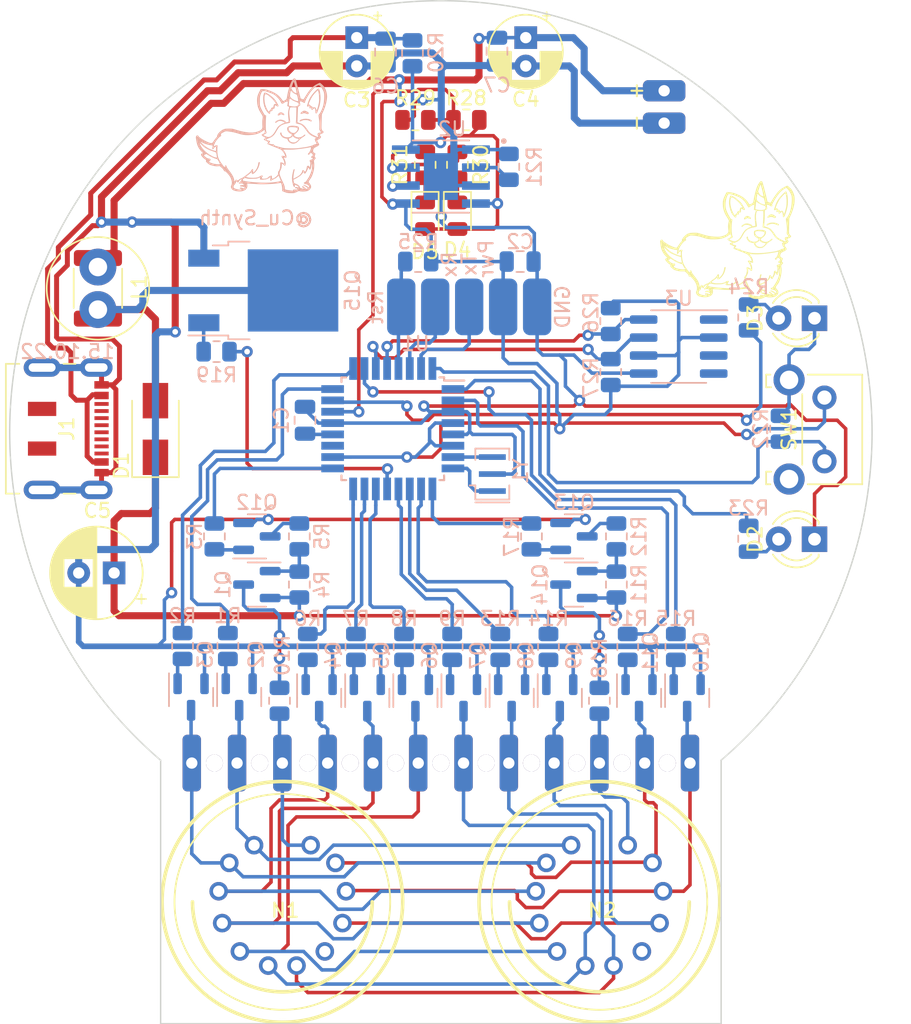
<source format=kicad_pcb>
(kicad_pcb (version 20211014) (generator pcbnew)
  (layers (0 "F.Cu" signal) (31 "B.Cu" signal) (34 "B.Paste" user) (35 "F.Paste" user) (36 "B.SilkS" user "B.Silkscreen") (37 "F.SilkS" user "F.Silkscreen") (38 "B.Mask" user) (39 "F.Mask" user) (44 "Edge.Cuts" user))
  (net 0 "")
  (net 1 "C0")
  (net 2 "C1")
  (net 3 "C2")
  (net 4 "C3")
  (net 5 "C4")
  (net 7 "C5")
  (net 8 "C6")
  (net 9 "C7")
  (net 10 "C8")
  (net 11 "C9")
  (net 12 "A1")
  (net 13 "A2")
  (net 14 "unconnected-(N2-Pad.)")
  (net 15 "Net-(C1-Pad2)")
  (net 16 "VUSB")
  (net 17 "Net-(D2-Pad2)")
  (net 18 "Net-(D3-Pad2)")
  (net 19 "Net-(D1-Pad2)")
  (net 20 "Net-(Q15-Pad1)")
  (net 21 "PWM")
  (net 23 "UsbCon")
  (net 24 "Net-(R21-Pad2)")
  (net 25 "Rst")
  (net 26 "5V")
  (net 28 "Net-(Q2-Pad1)")
  (net 29 "GND")
  (net 30 "Net-(Q3-Pad1)")
  (net 31 "Net-(Q4-Pad1)")
  (net 32 "Net-(Q5-Pad1)")
  (net 33 "Net-(Q6-Pad1)")
  (net 34 "Net-(Q7-Pad1)")
  (net 35 "Net-(Q8-Pad1)")
  (net 36 "Net-(Q9-Pad1)")
  (net 37 "Net-(Q10-Pad1)")
  (net 38 "Net-(Q11-Pad1)")
  (net 39 "mc1")
  (net 40 "mc2")
  (net 41 "mc3")
  (net 42 "mc4")
  (net 43 "mc5")
  (net 44 "mc6")
  (net 45 "mc7")
  (net 46 "mc8")
  (net 47 "mc9")
  (net 48 "mc0")
  (net 49 "+BATT")
  (net 50 "mcA1")
  (net 58 "Net-(U1-Pad7)")
  (net 59 "Net-(Q1-Pad1)")
  (net 60 "HV")
  (net 61 "Net-(Q1-Pad3)")
  (net 62 "Net-(Q12-Pad1)")
  (net 63 "Net-(Q12-Pad3)")
  (net 64 "Net-(Q13-Pad1)")
  (net 65 "Net-(Q13-Pad3)")
  (net 66 "Net-(Q14-Pad1)")
  (net 67 "Net-(Q14-Pad3)")
  (net 68 "mcA2")
  (net 72 "Net-(U1-Pad8)")
  (net 73 "SCL")
  (net 74 "Rx")
  (net 75 "Tx")
  (net 76 "Net-(D4-Pad1)")
  (net 77 "Net-(D5-Pad1)")
  (net 78 "SDA")
  (net 79 "STB")
  (net 80 "CHR")
  (net 81 "Int")
  (net 82 "M")
  (net 83 "H")
  (footprint "Resistor_SMD:R_0805_2012Metric" (layer "F.Cu") (at 158.0605 25.0805)
    (fp_text reference "R29")
    (fp_text value "10k")
  )
  (footprint "Connector_Wire:SolderWirePad_1x01_SMD_1x2mm" (layer "F.Cu") (at 171.0605 70.4805)
    (fp_text reference "REF**" hide)
    (fp_text value "SolderWirePad_1x01_SMD_1x2mm")
  )
  (footprint "Resistor_SMD:R_0805_2012Metric" (layer "F.Cu") (at 161.6605 25.0805)
    (fp_text reference "R28")
    (fp_text value "10k")
  )
  (footprint "Resistor_SMD:R_0805_2012Metric" (layer "F.Cu") (at 158.75125 28.253 -90)
    (fp_text reference "R31")
    (fp_text value "10k")
  )
  (footprint "Capacitor_THT:CP_Radial_D5.0mm_P2.00mm" (layer "F.Cu") (at 153.91725 19.273388 -90)
    (fp_text reference "C3")
    (fp_text value "10u 50v")
  )
  (footprint "Connector_Wire:SolderWirePad_1x01_SMD_1x2mm" (layer "F.Cu") (at 159.8605 70.4805)
    (fp_text reference "REF**" hide)
    (fp_text value "SolderWirePad_1x01_SMD_1x2mm")
  )
  (footprint "Connector_Wire:SolderWirePad_1x01_SMD_1x2mm" (layer "F.Cu") (at 175.8605 70.4805)
    (fp_text reference "REF**" hide)
    (fp_text value "SolderWirePad_1x01_SMD_1x2mm")
  )
  (footprint "Connector_Wire:SolderWirePad_1x01_SMD_1x2mm" (layer "F.Cu") (at 148.6605 70.4805)
    (fp_text reference "REF**" hide)
    (fp_text value "SolderWirePad_1x01_SMD_1x2mm")
  )
  (footprint "Connector_Wire:SolderWirePad_1x01_SMD_1x2mm" (layer "F.Cu") (at 163.0605 70.4805)
    (fp_text reference "REF**" hide)
    (fp_text value "SolderWirePad_1x01_SMD_1x2mm")
  )
  (footprint "" (layer "F.Cu") (at 155.0605 70.4805)
    (fp_text reference "")
    (fp_text value "")
  )
  (footprint "Connector_Wire:SolderWirePad_1x01_SMD_1x2mm" (layer "F.Cu") (at 151.8605 70.4805)
    (fp_text reference "REF**" hide)
    (fp_text value "SolderWirePad_1x01_SMD_1x2mm")
  )
  (footprint "LED_THT:LED_D3.0mm_Clear" (layer "F.Cu") (at 186.2605 54.6805 180)
    (fp_text reference "D2")
    (fp_text value "LED")
  )
  (footprint "Connector_Wire:SolderWirePad_1x01_SMD_1x2mm" (layer "F.Cu") (at 158.2605 70.4805)
    (fp_text reference "REF**" hide)
    (fp_text value "SolderWirePad_1x01_SMD_1x2mm")
  )
  (footprint "Connector_Wire:SolderWirePad_1x01_SMD_1x2mm" (layer "F.Cu") (at 164.6605 70.4805)
    (fp_text reference "REF**" hide)
    (fp_text value "SolderWirePad_1x01_SMD_1x2mm")
  )
  (footprint "Connector_Wire:SolderWirePad_1x01_SMD_1x2mm" (layer "F.Cu") (at 142.2605 70.4805)
    (fp_text reference "REF**" hide)
    (fp_text value "SolderWirePad_1x01_SMD_1x2mm")
  )
  (footprint "Connector_Wire:SolderWirePad_1x01_SMD_1x2mm" (layer "F.Cu") (at 156.6605 70.4805)
    (fp_text reference "REF**" hide)
    (fp_text value "SolderWirePad_1x01_SMD_1x2mm")
  )
  (footprint "Connector_Wire:SolderWirePad_1x01_SMD_1x2mm" (layer "F.Cu") (at 145.4605 70.4805)
    (fp_text reference "REF**" hide)
    (fp_text value "SolderWirePad_1x01_SMD_1x2mm")
  )
  (footprint "Connector_Wire:SolderWirePad_1x01_SMD_1x2mm" (layer "F.Cu") (at 166.2605 70.4805)
    (fp_text reference "REF**" hide)
    (fp_text value "SolderWirePad_1x01_SMD_1x2mm")
  )
  (footprint "Resistor_SMD:R_0805_2012Metric" (layer "F.Cu") (at 161.02925 28.253 -90)
    (fp_text reference "R30")
    (fp_text value "10k")
  )
  (footprint "Diode_SMD:D_SMA" (layer "F.Cu") (at 139.69325 46.8985 90)
    (fp_text reference "D1")
    (fp_text value "US1J")
  )
  (footprint "" (layer "F.Cu") (at 161.4605 70.4805)
    (fp_text reference "")
    (fp_text value "")
  )
  (footprint "Connector_Wire:SolderWirePad_1x01_SMD_1x2mm" (layer "F.Cu") (at 147.0605 70.4805)
    (fp_text reference "REF**" hide)
    (fp_text value "SolderWirePad_1x01_SMD_1x2mm")
  )
  (footprint "LED_SMD:LED_0805_2012Metric" (layer "F.Cu") (at 161.02925 31.844 -90)
    (fp_text reference "D4")
    (fp_text value "STB")
  )
  (footprint "Connector_USB:USB_C_Receptacle_JAE_DX07S016JA1R1500" (layer "F.Cu") (at 132.83625 46.8805 -90)
    (fp_text reference "J1")
    (fp_text value "USB_C_Receptacle_USB2.0" hide)
  )
  (footprint "Capacitor_THT:CP_Radial_D5.0mm_P2.00mm" (layer "F.Cu") (at 165.85525 19.273388 -90)
    (fp_text reference "C4")
    (fp_text value "10u 50v")
  )
  (footprint "Connector_Wire:SolderWirePad_1x01_SMD_1x2mm" (layer "F.Cu") (at 143.8605 70.4805)
    (fp_text reference "REF**" hide)
    (fp_text value "SolderWirePad_1x01_SMD_1x2mm")
  )
  (footprint "LED_SMD:LED_0805_2012Metric" (layer "F.Cu") (at 158.74325 31.844 -90)
    (fp_text reference "D5")
    (fp_text value "CHR")
  )
  (footprint "Capacitor_THT:CP_Radial_D6.3mm_P2.50mm" (layer "F.Cu") (at 136.77225 57.0585 180)
    (fp_text reference "C5")
    (fp_text value "2.2u 250v")
  )
  (footprint "IN-8-2:IN-8-2" (layer "F.Cu") (at 171.0605 80.277764 180)
    (fp_text reference "N2")
    (fp_text value "IN-8-2")
  )
  (footprint "Connector_Wire:SolderWirePad_1x01_SMD_1x2mm" (layer "F.Cu") (at 150.4605 70.4805)
    (fp_text reference "REF**" hide)
    (fp_text value "SolderWirePad_1x01_SMD_1x2mm")
  )
  (footprint "" (layer "F.Cu") (at 174.2605 70.4805)
    (fp_text reference "")
    (fp_text value "")
  )
  (footprint "Inductor_THT:L_Radial_D7.0mm_P3.00mm" (layer "F.Cu") (at 135.62925 35.4685 -90)
    (fp_text reference "L1")
    (fp_text value "220uH")
  )
  (footprint "Buttons_Switches_THT:SW_Tactile_SKHH_Angled" (layer "F.Cu") (at 186.9605 44.6805 -90)
    (fp_text reference "SW1")
    (fp_text value "SW_Push")
  )
  (footprint "LED_THT:LED_D3.0mm_Clear" (layer "F.Cu") (at 186.2605 39.0805 180)
    (fp_text reference "D3")
    (fp_text value "LED")
  )
  (footprint "Connector_Wire:SolderWirePad_1x01_SMD_1x2mm" (layer "F.Cu") (at 175.63425 23.0225 -90)
    (fp_text reference "+")
    (fp_text value "SolderWirePad_1x01_SMD_1x2mm" hide)
  )
  (footprint "Connector_Wire:SolderWirePad_1x01_SMD_1x2mm" (layer "F.Cu") (at 153.4605 70.4805)
    (fp_text reference "REF**" hide)
    (fp_text value "SolderWirePad_1x01_SMD_1x2mm")
  )
  (footprint "Inductor_SMD:L_1812_4532Metric" (layer "F.Cu") (at 135.62925 36.9685 -90)
    (fp_text reference "L2" hide)
    (fp_text value "220uH")
  )
  (footprint "Connector_Wire:SolderWirePad_1x01_SMD_1x2mm" (layer "F.Cu") (at 169.4605 70.4805)
    (fp_text reference "REF**" hide)
    (fp_text value "SolderWirePad_1x01_SMD_1x2mm")
  )
  (footprint "IN-8-2:IN-8-2" (layer "F.Cu") (at 148.6605 80.277764 180)
    (fp_text reference "N1")
    (fp_text value "IN-8-2")
  )
  (footprint "Connector_Wire:SolderWirePad_1x01_SMD_1x2mm" (layer "F.Cu") (at 175.63425 25.3085 -90)
    (fp_text reference "-")
    (fp_text value "SolderWirePad_1x01_SMD_1x2mm" hide)
  )
  (footprint "" (layer "F.Cu") (at 177.4605 70.4805)
    (fp_text reference "")
    (fp_text value "")
  )
  (footprint "" (layer "F.Cu") (at 167.8605 70.4805)
    (fp_text reference "")
    (fp_text value "")
  )
  (footprint "Connector_Wire:SolderWirePad_1x01_SMD_1x2mm" (layer "F.Cu") (at 172.6605 70.4805)
    (fp_text reference "REF**" hide)
    (fp_text value "SolderWirePad_1x01_SMD_1x2mm")
  )
  (footprint "LOGO" (layer "F.Cu") (at 181.34925 33.5635)
    (fp_text reference "G***" hide)
    (fp_text value "LOGO" hide)
  )
  (footprint "Resistor_SMD:R_0805_2012Metric" (layer "B.Cu") (at 172.2605 54.4805 -90)
    (fp_text reference "R12")
    (fp_text value "1M")
  )
  (footprint "Resistor_SMD:R_0805_2012Metric" (layer "B.Cu") (at 171.0605 66.0805 90)
    (fp_text reference "R18")
    (fp_text value "33k")
  )
  (footprint "Connector_Wire:SolderWirePad_1x01_SMD_1x2mm" (layer "B.Cu") (at 164.2605 38.2805 180)
    (fp_text reference "Pwr")
    (fp_text value "SolderWirePad_1x01_SMD_1x2mm")
  )
  (footprint "Resistor_SMD:R_0805_2012Metric" (layer "B.Cu") (at 181.60325 39.0245 -90)
    (fp_text reference "R24")
    (fp_text value "4.7k")
  )
  (footprint "Resistor_SMD:R_0805_2012Metric" (layer "B.Cu") (at 157.2605 62.2805 -90)
    (fp_text reference "R8")
    (fp_text value "1k")
  )
  (footprint "Connector_Wire:SolderWirePad_1x01_SMD_1x2mm" (layer "B.Cu") (at 159.4605 38.2805 180)
    (fp_text reference "Rx")
    (fp_text value "SolderWirePad_1x01_SMD_1x2mm")
  )
  (footprint "Resistor_SMD:R_0805_2012Metric" (layer "B.Cu") (at 173.0605 62.2805 -90)
    (fp_text reference "R16")
    (fp_text value "1k")
  )
  (footprint "Package_TO_SOT_SMD:SOT-23" (layer "B.Cu") (at 154.6605 65.8805 -90)
    (fp_text reference "Q5")
    (fp_text value "MMBTA42")
  )
  (footprint "Package_TO_SOT_SMD:SOT-23" (layer "B.Cu") (at 169.2605 57.8805 180)
    (fp_text reference "Q14")
    (fp_text value "MMBTA92")
  )
  (footprint "Package_TO_SOT_SMD:SOT-23" (layer "B.Cu") (at 158.0605 65.8805 -90)
    (fp_text reference "Q6")
    (fp_text value "MMBTA42")
  )
  (footprint "Resistor_SMD:R_0805_2012Metric" (layer "B.Cu") (at 167.4605 62.2805 -90)
    (fp_text reference "R14")
    (fp_text value "1k")
  )
  (footprint "Package_TO_SOT_SMD:SOT-23" (layer "B.Cu") (at 146.8605 57.8805 180)
    (fp_text reference "Q1")
    (fp_text value "MMBTA92")
  )
  (footprint "Package_TO_SOT_SMD:SOT-23" (layer "B.Cu") (at 142.2105 65.818 -90)
    (fp_text reference "Q3")
    (fp_text value "MMBTA42")
  )
  (footprint "Resistor_SMD:R_0805_2012Metric" (layer "B.Cu") (at 158.2605 35.0805 180)
    (fp_text reference "R25")
    (fp_text value "1k")
  )
  (footprint "Package_TO_SOT_SMD:SOT-23" (layer "B.Cu") (at 169.2605 54.4805)
    (fp_text reference "Q13")
    (fp_text value "MMBTA42")
  )
  (footprint "Resistor_SMD:R_0805_2012Metric" (layer "B.Cu") (at 164.0605 62.2805 -90)
    (fp_text reference "R13")
    (fp_text value "1k")
  )
  (footprint "Package_TO_SOT_SMD:SOT-23" (layer "B.Cu") (at 168.2605 65.8805 -90)
    (fp_text reference "Q9")
    (fp_text value "MMBTA42")
  )
  (footprint "Package_TO_SOT_SMD:SOT-23" (layer "B.Cu") (at 177.2605 65.8805 -90)
    (fp_text reference "Q10")
    (fp_text value "MMBTA42")
  )
  (footprint "Resistor_SMD:R_0805_2012Metric" (layer "B.Cu") (at 144.8105 62.218 -90)
    (fp_text reference "R1")
    (fp_text value "1k")
  )
  (footprint "Resistor_SMD:R_0805_2012Metric" (layer "B.Cu") (at 181.60325 54.6455 90)
    (fp_text reference "R23")
    (fp_text value "4.7k")
  )
  (footprint "Package_TO_SOT_SMD:SOT-23" (layer "B.Cu") (at 173.8605 65.8805 -90)
    (fp_text reference "Q11")
    (fp_text value "MMBTA42")
  )
  (footprint "Resistor_SMD:R_0805_2012Metric" (layer "B.Cu") (at 143.8605 54.4805 -90)
    (fp_text reference "R3")
    (fp_text value "1k")
  )
  (footprint "Package_TO_SOT_SMD:SOT-23" (layer "B.Cu") (at 161.4605 65.8805 -90)
    (fp_text reference "Q7")
    (fp_text value "MMBTA42")
  )
  (footprint "Resistor_SMD:R_0805_2012Metric" (layer "B.Cu") (at 144.01125 41.4375 180)
    (fp_text reference "R19")
    (fp_text value "100R")
  )
  (footprint "Resistor_SMD:R_0805_2012Metric" (layer "B.Cu") (at 157.85425 20.379 90)
    (fp_text reference "R20")
    (fp_text value "0.4R")
  )
  (footprint "Connector_Wire:SolderWirePad_1x01_SMD_1x2mm" (layer "B.Cu") (at 166.6605 38.2805 180)
    (fp_text reference "GND")
    (fp_text value "SolderWirePad_1x01_SMD_1x2mm")
  )
  (footprint "Resistor_SMD:R_0805_2012Metric" (layer "B.Cu") (at 149.8605 54.4805 -90)
    (fp_text reference "R5")
    (fp_text value "1M")
  )
  (footprint "Capacitor_SMD:C_0805_2012Metric" (layer "B.Cu") (at 150.2605 46.2805 -90)
    (fp_text reference "C1")
    (fp_text value "100n")
  )
  (footprint "Resistor_SMD:R_0805_2012Metric" (layer "B.Cu") (at 171.8605 39.2805 90)
    (fp_text reference "R26")
    (fp_text value "4.7k")
  )
  (footprint "Capacitor_SMD:C_0805_2012Metric" (layer "B.Cu") (at 165.4605 35.0805)
    (fp_text reference "C2")
    (fp_text value "100n")
  )
  (footprint "Resistor_SMD:R_0805_2012Metric" (layer "B.Cu") (at 171.8605 42.8805 -90)
    (fp_text reference "R27")
    (fp_text value "4.7k")
  )
  (footprint "Package_TO_SOT_SMD:SOT-23" (layer "B.Cu") (at 164.8605 65.8805 -90)
    (fp_text reference "Q8")
    (fp_text value "MMBTA42")
  )
  (footprint "Resistor_SMD:R_0805_2012Metric" (layer "B.Cu") (at 176.4605 62.2805 -90)
    (fp_text reference "R15")
    (fp_text value "1k")
  )
  (footprint "Package_SO:SOIC-8_3.9x4.9mm_P1.27mm" (layer "B.Cu") (at 176.6605 41.0805 180)
    (fp_text reference "U3")
    (fp_text value "DS3231MZ")
  )
  (footprint "Resistor_SMD:R_0805_2012Metric" (layer "B.Cu") (at 183.8605 46.8805 -90)
    (fp_text reference "R22")
    (fp_text value "10k")
  )
  (footprint "Resistor_SMD:R_0805_2012Metric" (layer "B.Cu") (at 172.2605 57.8805 -90)
    (fp_text reference "R11")
    (fp_text value "10k")
  )
  (footprint "LOGO" (layer "B.Cu") (at 148.398848 26.200321 180)
    (fp_text reference "G***" hide)
    (fp_text value "LOGO" hide)
  )
  (footprint "Package_TO_SOT_SMD:TO-252-2" (layer "B.Cu") (at 147.31325 37.1195)
    (fp_text reference "Q15")
    (fp_text value "10N20L")
  )
  (footprint "Resistor_SMD:R_0805_2012Metric" (layer "B.Cu") (at 153.8605 62.2805 -90)
    (fp_text reference "R7")
    (fp_text value "1k")
  )
  (footprint "Resistor_SMD:R_0805_2012Metric" (layer "B.Cu") (at 148.4605 66.0805 90)
    (fp_text reference "R10")
    (fp_text value "33k")
  )
  (footprint "Package_TO_SOT_SMD:SOT-23" (layer "B.Cu") (at 146.8605 54.4805)
    (fp_text reference "Q12")
    (fp_text value "MMBTA42")
  )
  (footprint "Package_QFP:TQFP-32_7x7mm_P0.8mm" (layer "B.Cu") (at 156.462 46.8805 180)
    (fp_text reference "U1")
    (fp_text value "ATmega328P-A")
  )
  (footprint "Connector_Wire:SolderWirePad_1x01_SMD_1x2mm" (layer "B.Cu") (at 157.0605 38.2805 180)
    (fp_text reference "Rst")
    (fp_text value "SolderWirePad_1x01_SMD_1x2mm")
  )
  (footprint "TP4056:SOP127P600X175-9N" (layer "B.Cu") (at 159.8605 29.0805 180)
    (fp_text reference "U2")
    (fp_text value "TP4056")
  )
  (footprint "Crystal:Resonator_SMD_Murata_CSTxExxV-3Pin_3.0x1.1mm" (layer "B.Cu") (at 163.495452 50.0805 90)
    (fp_text reference "Y1")
    (fp_text value "Resonator")
  )
  (footprint "Resistor_SMD:R_0805_2012Metric" (layer "B.Cu") (at 150.4605 62.2805 -90)
    (fp_text reference "R6")
    (fp_text value "1k")
  )
  (footprint "Resistor_SMD:R_0805_2012Metric" (layer "B.Cu") (at 149.8605 57.8805 -90)
    (fp_text reference "R4")
    (fp_text value "10k")
  )
  (footprint "Capacitor_SMD:C_0805_2012Metric" (layer "B.Cu") (at 163.82325 20.2285 -90)
    (fp_text reference "C7")
    (fp_text value "100n")
  )
  (footprint "Resistor_SMD:R_0805_2012Metric" (layer "B.Cu") (at 160.6605 62.2805 -90)
    (fp_text reference "R9")
    (fp_text value "1k")
  )
  (footprint "Resistor_SMD:R_0805_2012Metric" (layer "B.Cu") (at 166.2605 54.4805 -90)
    (fp_text reference "R17")
    (fp_text value "1k")
  )
  (footprint "Resistor_SMD:R_0805_2012Metric" (layer "B.Cu") (at 164.6605 28.393 -90)
    (fp_text reference "R21")
    (fp_text value "10k")
  )
  (footprint "Package_TO_SOT_SMD:SOT-23" (layer "B.Cu") (at 151.2605 65.8805 -90)
    (fp_text reference "Q4")
    (fp_text value "MMBTA42")
  )
  (footprint "Capacitor_SMD:C_0805_2012Metric" (layer "B.Cu") (at 155.94925 20.2945 -90)
    (fp_text reference "C6")
    (fp_text value "100n")
  )
  (footprint "Resistor_SMD:R_0805_2012Metric" (layer "B.Cu") (at 141.6105 62.218 -90)
    (fp_text reference "R2")
    (fp_text value "1k")
  )
  (footprint "Package_TO_SOT_SMD:SOT-23" (layer "B.Cu") (at 145.6105 65.818 -90)
    (fp_text reference "Q2")
    (fp_text value "MMBTA42")
  )
  (footprint "Connector_Wire:SolderWirePad_1x01_SMD_1x2mm" (layer "B.Cu") (at 161.8605 38.2805 180)
    (fp_text reference "Tx")
    (fp_text value "SolderWirePad_1x01_SMD_1x2mm")
  )
  (gr_line (start 179.6605 88.877764) (end 179.6605 70.2805) (layer "Edge.Cuts") (width 0.1))
  (gr_line (start 140.0605 88.877764) (end 179.6605 88.877764) (layer "Edge.Cuts") (width 0.1))
  (gr_arc (start 140.0605 70.2805) (mid 159.8605 16.666295) (end 179.6605 70.2805) (layer "Edge.Cuts") (width 0.1))
  (gr_line (start 140.0605 70.2805) (end 140.0605 88.877764) (layer "Edge.Cuts") (width 0.1))
  (gr_text "15.10.22" (at 133.47025 41.4375) (layer "B.SilkS") (effects (font (size 1 1)) (justify mirror)))
  (gr_text "@Cu_Synth" (at 146.798848 32.000321) (layer "B.SilkS") (effects (font (size 1 1)) (justify mirror)))
  (segment (start 166.2605 78.2805) (end 166.528764 78.548764) (width 0.25) (layer "F.Cu") (net 1))
  (segment (start 169.0605 77.4805) (end 174.763236 77.4805) (width 0.25) (layer "F.Cu") (net 1))
  (segment (start 167.992236 78.548764) (end 169.0605 77.4805) (width 0.25) (layer "F.Cu") (net 1))
  (segment (start 166.528764 78.548764) (end 167.992236 78.548764) (width 0.25) (layer "F.Cu") (net 1))
  (segment (start 175.0605 77.277764) (end 174.8105 77.527764) (width 0.25) (layer "F.Cu") (net 1))
  (segment (start 166.2605 77.8805) (end 166.2605 78.2805) (width 0.25) (layer "F.Cu") (net 1))
  (segment (start 174.8605 73.2805) (end 175.0605 73.4805) (width 0.25) (layer "F.Cu") (net 1))
  (segment (start 174.2605 70.4805) (end 174.2605 73.0805) (width 0.25) (layer "F.Cu") (net 1))
  (segment (start 174.4605 73.2805) (end 174.8605 73.2805) (width 0.25) (layer "F.Cu") (net 1))
  (segment (start 174.763236 77.4805) (end 174.8105 77.527764) (width 0.25) (layer "F.Cu") (net 1))
  (segment (start 175.0605 73.4805) (end 175.0605 77.277764) (width 0.25) (layer "F.Cu") (net 1))
  (segment (start 152.4105 77.527764) (end 165.907764 77.527764) (width 0.25) (layer "F.Cu") (net 1))
  (segment (start 165.907764 77.527764) (end 166.2605 77.8805) (width 0.25) (layer "F.Cu") (net 1))
  (segment (start 174.2605 73.0805) (end 174.4605 73.2805) (width 0.25) (layer "F.Cu") (net 1))
  (segment (start 173.8605 70.0805) (end 174.2605 70.4805) (width 0.25) (layer "B.Cu") (net 1))
  (segment (start 174.2605 68.0805) (end 174.2605 70.4805) (width 0.25) (layer "B.Cu") (net 1))
  (segment (start 173.8605 66.818) (end 173.8605 67.6805) (width 0.25) (layer "B.Cu") (net 1))
  (segment (start 173.8605 67.6805) (end 174.2605 68.0805) (width 0.25) (layer "B.Cu") (net 1))
  (segment (start 151.273248 77.2805) (end 152.275984 76.277764) (width 0.25) (layer "B.Cu") (net 2))
  (segment (start 147.663236 77.2805) (end 151.273248 77.2805) (width 0.25) (layer "B.Cu") (net 2))
  (segment (start 146.6605 76.277764) (end 147.663236 77.2805) (width 0.25) (layer "B.Cu") (net 2))
  (segment (start 146.6605 76.277764) (end 145.4605 75.077764) (width 0.25) (layer "B.Cu") (net 2))
  (segment (start 152.275984 76.277764) (end 169.0605 76.277764) (width 0.25) (layer "B.Cu") (net 2))
  (segment (start 145.6105 70.3305) (end 145.4605 70.4805) (width 0.25) (layer "B.Cu") (net 2))
  (segment (start 145.4605 75.077764) (end 145.4605 70.4805) (width 0.25) (layer "B.Cu") (net 2))
  (segment (start 145.6105 66.7555) (end 145.6105 70.3305) (width 0.25) (layer "B.Cu") (net 2))
  (segment (start 145.6605 70.2805) (end 145.4605 70.4805) (width 0.25) (layer "B.Cu") (net 2))
  (segment (start 142.907764 77.527764) (end 142.2605 76.8805) (width 0.25) (layer "B.Cu") (net 3))
  (segment (start 154.013236 77.527764) (end 153.034236 78.506764) (width 0.25) (layer "B.Cu") (net 3))
  (segment (start 142.2605 76.8805) (end 142.2605 70.4805) (width 0.25) (layer "B.Cu") (net 3))
  (segment (start 144.9105 77.527764) (end 142.907764 77.527764) (width 0.25) (layer "B.Cu") (net 3))
  (segment (start 144.9105 77.527764) (end 145.8895 78.506764) (width 0.25) (layer "B.Cu") (net 3))
  (segment (start 167.3105 77.527764) (end 154.013236 77.527764) (width 0.25) (layer "B.Cu") (net 3))
  (segment (start 145.8895 78.506764) (end 153.034236 78.506764) (width 0.25) (layer "B.Cu") (net 3))
  (segment (start 142.2105 70.4305) (end 142.2605 70.4805) (width 0.25) (layer "B.Cu") (net 3))
  (segment (start 142.2105 66.7555) (end 142.2105 70.4305) (width 0.25) (layer "B.Cu") (net 3))
  (segment (start 144.1605 79.527764) (end 147.213236 79.527764) (width 0.25) (layer "F.Cu") (net 4))
  (segment (start 147.8605 73.6805) (end 148.4605 73.0805) (width 0.25) (layer "F.Cu") (net 4))
  (segment (start 151.8605 72.8805) (end 151.8605 70.4805) (width 0.25) (layer "F.Cu") (net 4))
  (segment (start 151.6605 73.0805) (end 151.8605 72.8805) (width 0.25) (layer "F.Cu") (net 4))
  (segment (start 147.8605 78.8805) (end 147.8605 73.6805) (width 0.25) (layer "F.Cu") (net 4))
  (segment (start 148.4605 73.0805) (end 151.6605 73.0805) (width 0.25) (layer "F.Cu") (net 4))
  (segment (start 147.213236 79.527764) (end 147.8605 78.8805) (width 0.25) (layer "F.Cu") (net 4))
  (segment (start 151.307764 79.527764) (end 152.578764 80.798764) (width 0.25) (layer "B.Cu") (net 4))
  (segment (start 151.2605 66.818) (end 151.2605 67.6805) (width 0.25) (layer "B.Cu") (net 4))
  (segment (start 151.6605 67.8805) (end 151.8605 68.0805) (width 0.25) (layer "B.Cu") (net 4))
  (segment (start 152.578764 80.798764) (end 154.342236 80.798764) (width 0.25) (layer "B.Cu") (net 4))
  (segment (start 151.8605 68.0805) (end 151.8605 70.4805) (width 0.25) (layer "B.Cu") (net 4))
  (segment (start 166.5605 79.527764) (end 155.613236 79.527764) (width 0.25) (layer "B.Cu") (net 4))
  (segment (start 155.613236 79.527764) (end 154.342236 80.798764) (width 0.25) (layer "B.Cu") (net 4))
  (segment (start 151.4605 67.8805) (end 151.6605 67.8805) (width 0.25) (layer "B.Cu") (net 4))
  (segment (start 144.1605 79.527764) (end 151.307764 79.527764) (width 0.25) (layer "B.Cu") (net 4))
  (segment (start 151.2605 67.6805) (end 151.4605 67.8805) (width 0.25) (layer "B.Cu") (net 4))
  (segment (start 148.0605 81.777764) (end 148.4605 81.377764) (width 0.25) (layer "F.Cu") (net 5))
  (segment (start 148.6605 73.6805) (end 154.6605 73.6805) (width 0.25) (layer "F.Cu") (net 5))
  (segment (start 154.6605 73.6805) (end 155.0605 73.2805) (width 0.25) (layer "F.Cu") (net 5))
  (segment (start 148.4605 73.8805) (end 148.6605 73.6805) (width 0.25) (layer "F.Cu") (net 5))
  (segment (start 144.4105 81.777764) (end 148.0605 81.777764) (width 0.25) (layer "F.Cu") (net 5))
  (segment (start 148.4605 81.377764) (end 148.4605 73.8805) (width 0.25) (layer "F.Cu") (net 5))
  (segment (start 155.0605 73.2805) (end 155.0605 70.4805) (width 0.25) (layer "F.Cu") (net 5))
  (segment (start 154.6605 67.4805) (end 155.0605 67.8805) (width 0.25) (layer "B.Cu") (net 5))
  (segment (start 144.4105 81.777764) (end 151.157764 81.777764) (width 0.25) (layer "B.Cu") (net 5))
  (segment (start 154.6605 66.818) (end 154.6605 67.4805) (width 0.25) (layer "B.Cu") (net 5))
  (segment (start 152.2605 82.8805) (end 153.6605 82.8805) (width 0.25) (layer "B.Cu") (net 5))
  (segment (start 154.763236 81.777764) (end 153.6605 82.8805) (width 0.25) (layer "B.Cu") (net 5))
  (segment (start 166.8105 81.777764) (end 154.763236 81.777764) (width 0.25) (layer "B.Cu") (net 5))
  (segment (start 151.157764 81.777764) (end 152.2605 82.8805) (width 0.25) (layer "B.Cu") (net 5))
  (segment (start 155.0605 67.8805) (end 155.0605 70.4805) (width 0.25) (layer "B.Cu") (net 5))
  (segment (start 154.6605 70.0805) (end 155.0605 70.4805) (width 0.25) (layer "B.Cu") (net 5))
  (segment (start 148.563236 83.777764) (end 149.0605 83.2805) (width 0.25) (layer "F.Cu") (net 7))
  (segment (start 145.6605 83.777764) (end 148.563236 83.777764) (width 0.25) (layer "F.Cu") (net 7))
  (segment (start 149.0605 74.8805) (end 149.6605 74.2805) (width 0.25) (layer "F.Cu") (net 7))
  (segment (start 158.2605 73.8805) (end 158.2605 70.4805) (width 0.25) (layer "F.Cu") (net 7))
  (segment (start 149.0605 83.2805) (end 149.0605 74.8805) (width 0.25) (layer "F.Cu") (net 7))
  (segment (start 157.8605 74.2805) (end 158.2605 73.8805) (width 0.25) (layer "F.Cu") (net 7))
  (segment (start 149.6605 74.2805) (end 157.8605 74.2805) (width 0.25) (layer "F.Cu") (net 7))
  (segment (start 158.0605 66.818) (end 158.0605 70.2805) (width 0.25) (layer "B.Cu") (net 7))
  (segment (start 145.6605 83.777764) (end 150.157764 83.777764) (width 0.25) (layer "B.Cu") (net 7))
  (segment (start 150.157764 83.777764) (end 151.4605 85.0805) (width 0.25) (layer "B.Cu") (net 7))
  (segment (start 153.763236 83.777764) (end 152.4605 85.0805) (width 0.25) (layer "B.Cu") (net 7))
  (segment (start 158.0605 70.2805) (end 158.2605 70.4805) (width 0.25) (layer "B.Cu") (net 7))
  (segment (start 168.0605 83.777764) (end 153.763236 83.777764) (width 0.25) (layer "B.Cu") (net 7))
  (segment (start 151.4605 85.0805) (end 152.4605 85.0805) (width 0.25) (layer "B.Cu") (net 7))
  (segment (start 161.4605 66.818) (end 161.4605 70.4805) (width 0.25) (layer "B.Cu") (net 8))
  (segment (start 170.6605 75.2805) (end 170.2605 74.8805) (width 0.25) (layer "B.Cu") (net 8))
  (segment (start 161.4605 74.4805) (end 161.4605 70.4805) (width 0.25) (layer "B.Cu") (net 8))
  (segment (start 148.963236 86.0805) (end 168.757764 86.0805) (width 0.25) (layer "B.Cu") (net 8))
  (segment (start 168.757764 86.0805) (end 170.0605 84.777764) (width 0.25) (layer "B.Cu") (net 8))
  (segment (start 170.6605 81.8805) (end 170.6605 75.2805) (width 0.25) (layer "B.Cu") (net 8))
  (segment (start 170.0605 82.4805) (end 170.6605 81.8805) (width 0.25) (layer "B.Cu") (net 8))
  (segment (start 170.0605 84.777764) (end 170.0605 82.4805) (width 0.25) (layer "B.Cu") (net 8))
  (segment (start 161.8605 74.8805) (end 161.4605 74.4805) (width 0.25) (layer "B.Cu") (net 8))
  (segment (start 147.6605 84.777764) (end 148.963236 86.0805) (width 0.25) (layer "B.Cu") (net 8))
  (segment (start 170.2605 74.8805) (end 161.8605 74.8805) (width 0.25) (layer "B.Cu") (net 8))
  (segment (start 149.6605 84.777764) (end 149.6605 84.6805) (width 0.25) (layer "F.Cu") (net 9))
  (segment (start 149.6605 85.8805) (end 150.4605 86.6805) (width 0.25) (layer "F.Cu") (net 9))
  (segment (start 149.6605 84.777764) (end 149.6605 85.8805) (width 0.25) (layer "F.Cu") (net 9))
  (segment (start 150.4605 86.6805) (end 171.0605 86.6805) (width 0.25) (layer "F.Cu") (net 9))
  (segment (start 171.0605 86.6805) (end 172.0605 85.6805) (width 0.25) (layer "F.Cu") (net 9))
  (segment (start 172.0605 85.6805) (end 172.0605 84.777764) (width 0.25) (layer "F.Cu") (net 9))
  (segment (start 172.0605 84.777764) (end 172.0605 82.6805) (width 0.25) (layer "B.Cu") (net 9))
  (segment (start 164.8605 70.2805) (end 164.6605 70.4805) (width 0.25) (layer "B.Cu") (net 9))
  (segment (start 165.0605 74.0805) (end 164.6605 73.6805) (width 0.25) (layer "B.Cu") (net 9))
  (segment (start 164.6605 73.6805) (end 164.6605 70.4805) (width 0.25) (layer "B.Cu") (net 9))
  (segment (start 171.2605 81.8805) (end 171.2605 74.4805) (width 0.25) (layer "B.Cu") (net 9))
  (segment (start 171.2605 74.4805) (end 170.8605 74.0805) (width 0.25) (layer "B.Cu") (net 9))
  (segment (start 172.0605 82.6805) (end 171.2605 81.8805) (width 0.25) (layer "B.Cu") (net 9))
  (segment (start 164.8605 66.818) (end 164.8605 70.2805) (width 0.25) (layer "B.Cu") (net 9))
  (segment (start 170.8605 74.0805) (end 165.0605 74.0805) (width 0.25) (layer "B.Cu") (net 9))
  (segment (start 165.157764 81.777764) (end 166.2605 82.8805) (width 0.25) (layer "F.Cu") (net 10))
  (segment (start 152.9105 81.777764) (end 165.157764 81.777764) (width 0.25) (layer "F.Cu") (net 10))
  (segment (start 166.2605 82.8805) (end 167.2605 82.8805) (width 0.25) (layer "F.Cu") (net 10))
  (segment (start 168.363236 81.777764) (end 175.3105 81.777764) (width 0.25) (layer "F.Cu") (net 10))
  (segment (start 167.2605 82.8805) (end 168.363236 81.777764) (width 0.25) (layer "F.Cu") (net 10))
  (segment (start 172.357764 81.777764) (end 171.8605 81.2805) (width 0.25) (layer "B.Cu") (net 10))
  (segment (start 168.2605 73.4805) (end 167.8605 73.0805) (width 0.25) (layer "B.Cu") (net 10))
  (segment (start 168.2605 66.818) (end 168.2605 67.6805) (width 0.25) (layer "B.Cu") (net 10))
  (segment (start 171.4605 73.4805) (end 168.2605 73.4805) (width 0.25) (layer "B.Cu") (net 10))
  (segment (start 171.8605 81.2805) (end 171.8605 73.8805) (width 0.25) (layer "B.Cu") (net 10))
  (segment (start 167.8605 73.0805) (end 167.8605 70.4805) (width 0.25) (layer "B.Cu") (net 10))
  (segment (start 167.8605 68.0805) (end 167.8605 70.4805) (width 0.25) (layer "B.Cu") (net 10))
  (segment (start 171.8605 73.8805) (end 171.4605 73.4805) (width 0.25) (layer "B.Cu") (net 10))
  (segment (start 175.3105 81.777764) (end 172.357764 81.777764) (width 0.25) (layer "B.Cu") (net 10))
  (segment (start 168.2605 67.6805) (end 167.8605 68.0805) (width 0.25) (layer "B.Cu") (net 10))
  (segment (start 175.5605 79.527764) (end 168.213236 79.527764) (width 0.25) (layer "F.Cu") (net 11))
  (segment (start 177.013236 79.527764) (end 177.4605 79.0805) (width 0.25) (layer "F.Cu") (net 11))
  (segment (start 165.2605 79.6805) (end 165.0605 79.4805) (width 0.25) (layer "F.Cu") (net 11))
  (segment (start 165.8605 80.6805) (end 165.2605 80.0805) (width 0.25) (layer "F.Cu") (net 11))
  (segment (start 175.5605 79.527764) (end 177.013236 79.527764) (width 0.25) (layer "F.Cu") (net 11))
  (segment (start 177.4605 79.0805) (end 177.4605 70.4805) (width 0.25) (layer "F.Cu") (net 11))
  (segment (start 153.207764 79.4805) (end 153.1605 79.527764) (width 0.25) (layer "F.Cu") (net 11))
  (segment (start 167.0605 80.6805) (end 165.8605 80.6805) (width 0.25) (layer "F.Cu") (net 11))
  (segment (start 168.213236 79.527764) (end 167.0605 80.6805) (width 0.25) (layer "F.Cu") (net 11))
  (segment (start 165.0605 79.4805) (end 153.207764 79.4805) (width 0.25) (layer "F.Cu") (net 11))
  (segment (start 165.2605 80.0805) (end 165.2605 79.6805) (width 0.25) (layer "F.Cu") (net 11))
  (segment (start 177.2605 70.2805) (end 177.4605 70.4805) (width 0.25) (layer "B.Cu") (net 11))
  (segment (start 177.2605 66.818) (end 177.2605 70.2805) (width 0.25) (layer "B.Cu") (net 11))
  (segment (start 148.4605 70.2805) (end 148.6605 70.4805) (width 0.25) (layer "B.Cu") (net 12))
  (segment (start 149.057764 76.277764) (end 148.6605 75.8805) (width 0.25) (layer "B.Cu") (net 12))
  (segment (start 150.6605 76.277764) (end 149.057764 76.277764) (width 0.25) (layer "B.Cu") (net 12))
  (segment (start 148.6605 75.8805) (end 148.6605 70.4805) (width 0.25) (layer "B.Cu") (net 12))
  (segment (start 148.4605 66.993) (end 148.4605 70.2805) (width 0.25) (layer "B.Cu") (net 12))
  (segment (start 172.6605 72.8805) (end 173.0605 73.2805) (width 0.25) (layer "B.Cu") (net 13))
  (segment (start 171.2605 70.2805) (end 171.0605 70.4805) (width 0.25) (layer "B.Cu") (net 13))
  (segment (start 171.0605 72.4805) (end 171.4605 72.8805) (width 0.25) (layer "B.Cu") (net 13))
  (segment (start 173.0605 73.2805) (end 173.0605 76.277764) (width 0.25) (layer "B.Cu") (net 13))
  (segment (start 171.0605 70.4805) (end 171.0605 72.4805) (width 0.25) (layer "B.Cu") (net 13))
  (segment (start 171.4605 72.8805) (end 172.6605 72.8805) (width 0.25) (layer "B.Cu") (net 13))
  (segment (start 171.0605 66.993) (end 171.0605 70.4805) (width 0.25) (layer "B.Cu") (net 13))
  (segment (start 173.963236 83.6805) (end 174.0605 83.777764) (width 0.25) (layer "F.Cu") (net 14))
  (segment (start 152.212 47.2805) (end 150.1105 47.2805) (width 0.25) (layer "B.Cu") (net 15))
  (segment (start 150.1105 47.2805) (end 150.0605 47.2305) (width 0.25) (layer "B.Cu") (net 15))
  (segment (start 134.86725 44.8665) (end 135.24825 44.4855) (width 0.35) (layer "F.Cu") (net 16))
  (segment (start 135.12125 30.2615) (end 143.12225 22.2605) (width 0.35) (layer "F.Cu") (net 16))
  (segment (start 135.24825 44.4855) (end 135.84125 44.4855) (width 0.35) (layer "F.Cu") (net 16))
  (segment (start 145.28125 20.9905) (end 148.83725 20.9905) (width 0.35) (layer "F.Cu") (net 16))
  (segment (start 149.411362 19.273388) (end 153.91725 19.273388) (width 0.35) (layer "F.Cu") (net 16))
  (segment (start 143.12225 22.2605) (end 144.01125 22.2605) (width 0.35) (layer "F.Cu") (net 16))
  (segment (start 132.07325 35.5955) (end 132.83525 34.8335) (width 0.35) (layer "F.Cu") (net 16))
  (segment (start 132.83525 34.0715) (end 135.12125 31.7855) (width 0.35) (layer "F.Cu") (net 16))
  (segment (start 132.45425 41.1835) (end 132.07325 40.8025) (width 0.35) (layer "F.Cu") (net 16))
  (segment (start 133.40675 41.1835) (end 132.45425 41.1835) (width 0.35) (layer "F.Cu") (net 16))
  (segment (start 149.21825 19.4665) (end 149.411362 19.273388) (width 0.35) (layer "F.Cu") (net 16))
  (segment (start 133.72425 41.501) (end 133.40675 41.1835) (width 0.35) (layer "F.Cu") (net 16))
  (segment (start 148.83725 20.9905) (end 149.21825 20.6095) (width 0.35) (layer "F.Cu") (net 16))
  (segment (start 135.88625 49.2305) (end 135.286555 49.2305) (width 0.35) (layer "F.Cu") (net 16))
  (segment (start 134.86725 44.8665) (end 134.10525 44.8665) (width 0.35) (layer "F.Cu") (net 16))
  (segment (start 135.12125 31.7855) (end 135.12125 30.2615) (width 0.35) (layer "F.Cu") (net 16))
  (segment (start 134.10525 44.8665) (end 133.72425 44.4855) (width 0.35) (layer "F.Cu") (net 16))
  (segment (start 149.21825 20.6095) (end 149.21825 19.4665) (width 0.35) (layer "F.Cu") (net 16))
  (segment (start 132.83525 34.8335) (end 132.83525 34.0715) (width 0.35) (layer "F.Cu") (net 16))
  (segment (start 133.72425 44.4855) (end 133.72425 41.580317) (width 0.35) (layer "F.Cu") (net 16))
  (segment (start 135.286555 49.2305) (end 134.86725 48.811195) (width 0.35) (layer "F.Cu") (net 16))
  (segment (start 135.84125 44.4855) (end 135.88625 44.5305) (width 0.35) (layer "F.Cu") (net 16))
  (segment (start 144.01125 22.2605) (end 145.28125 20.9905) (width 0.35) (layer "F.Cu") (net 16))
  (segment (start 132.07325 40.8025) (end 132.07325 35.5955) (width 0.35) (layer "F.Cu") (net 16))
  (segment (start 134.86725 48.811195) (end 134.86725 44.8665) (width 0.35) (layer "F.Cu") (net 16))
  (segment (start 155.94925 19.3445) (end 157.73225 19.3445) (width 0.25) (layer "B.Cu") (net 16))
  (segment (start 153.91725 19.273388) (end 155.878138 19.273388) (width 0.5) (layer "B.Cu") (net 16))
  (segment (start 155.878138 19.273388) (end 155.94925 19.3445) (width 0.25) (layer "B.Cu") (net 16))
  (segment (start 157.73225 19.3445) (end 157.85425 19.4665) (width 0.25) (layer "B.Cu") (net 16))
  (segment (start 181.60325 55.558) (end 182.843 55.558) (width 0.25) (layer "B.Cu") (net 17))
  (segment (start 182.843 55.558) (end 183.7205 54.6805) (width 0.25) (layer "B.Cu") (net 17))
  (segment (start 181.60325 38.112) (end 182.752 38.112) (width 0.25) (layer "B.Cu") (net 18))
  (segment (start 182.752 38.112) (end 183.7205 39.0805) (width 0.25) (layer "B.Cu") (net 18))
  (segment (start 135.62925 38.4685) (end 139.01025 38.4685) (width 0.5) (layer "F.Cu") (net 19))
  (segment (start 139.01025 38.4685) (end 139.69325 39.1515) (width 0.5) (layer "F.Cu") (net 19))
  (segment (start 136.29075 39.13) (end 135.62925 38.4685) (width 0.5) (layer "F.Cu") (net 19))
  (segment (start 139.69325 39.1515) (end 139.69325 44.8985) (width 0.5) (layer "F.Cu") (net 19))
  (segment (start 135.62925 38.4685) (end 138.42325 38.4685) (width 0.5) (layer "B.Cu") (net 19))
  (segment (start 138.80425 37.5005) (end 139.18525 37.1195) (width 0.5) (layer "B.Cu") (net 19))
  (segment (start 138.80425 38.0875) (end 138.80425 37.5005) (width 0.5) (layer "B.Cu") (net 19))
  (segment (start 139.18525 37.1195) (end 149.41325 37.1195) (width 0.5) (layer "B.Cu") (net 19))
  (segment (start 138.42325 38.4685) (end 138.80425 38.0875) (width 0.5) (layer "B.Cu") (net 19))
  (segment (start 143.09875 39.414) (end 143.11325 39.3995) (width 0.25) (layer "B.Cu") (net 20))
  (segment (start 143.09875 41.4375) (end 143.09875 39.414) (width 0.25) (layer "B.Cu") (net 20))
  (segment (start 156.063297 49.6925) (end 146.55125 49.6925) (width 0.25) (layer "F.Cu") (net 21))
  (segment (start 156.088424 49.717627) (end 156.063297 49.6925) (width 0.25) (layer "F.Cu") (net 21))
  (segment (start 146.17025 49.3115) (end 146.17025 41.4375) (width 0.25) (layer "F.Cu") (net 21))
  (segment (start 146.55125 49.6925) (end 146.17025 49.3115) (width 0.25) (layer "F.Cu") (net 21))
  (via (at 146.17025 41.4375) (size 0.8) (drill 0.4) (layers "F.Cu" "B.Cu") (net 21))
  (via (at 156.088424 49.717627) (size 0.8) (drill 0.4) (layers "F.Cu" "B.Cu") (net 21))
  (segment (start 144.92375 41.4375) (end 146.17025 41.4375) (width 0.25) (layer "B.Cu") (net 21))
  (segment (start 156.062 49.744051) (end 156.088424 49.717627) (width 0.25) (layer "B.Cu") (net 21))
  (segment (start 156.062 51.1305) (end 156.062 49.744051) (width 0.25) (layer "B.Cu") (net 21))
  (segment (start 158.278445 22.9325) (end 158.154945 23.056) (width 0.25) (layer "F.Cu") (net 23))
  (segment (start 155.06025 38.88075) (end 154.0605 39.8805) (width 0.25) (layer "F.Cu") (net 23))
  (segment (start 158.973 25.0805) (end 160.115646 25.0805) (width 0.25) (layer "F.Cu") (net 23))
  (segment (start 160.748 25.0805) (end 160.748 23.50325) (width 0.25) (layer "F.Cu") (net 23))
  (segment (start 154.0605 39.8805) (end 154.0605 45.6805) (width 0.25) (layer "F.Cu") (net 23))
  (segment (start 160.748 23.50325) (end 160.17725 22.9325) (width 0.25) (layer "F.Cu") (net 23))
  (segment (start 158.154945 23.056) (end 155.28075 23.056) (width 0.25) (layer "F.Cu") (net 23))
  (segment (start 155.06025 23.2765) (end 155.06025 38.88075) (width 0.25) (layer "F.Cu") (net 23))
  (segment (start 158.773 25.0805) (end 160.348 25.0805) (width 0.25) (layer "F.Cu") (net 23))
  (segment (start 155.28075 23.056) (end 155.06025 23.2765) (width 0.25) (layer "F.Cu") (net 23))
  (segment (start 160.17725 22.9325) (end 158.278445 22.9325) (width 0.25) (layer "F.Cu") (net 23))
  (via (at 154.0605 45.6805) (size 0.8) (drill 0.4) (layers "F.Cu" "B.Cu") (net 23))
  (segment (start 152.212 45.6805) (end 154.0605 45.6805) (width 0.25) (layer "B.Cu") (net 23))
  (segment (start 163.8005 28.4455) (end 164.6605 29.3055) (width 0.25) (layer "B.Cu") (net 24))
  (segment (start 162.3355 28.4455) (end 163.8005 28.4455) (width 0.25) (layer "B.Cu") (net 24))
  (segment (start 156.862 42.6305) (end 156.862 38.479) (width 0.25) (layer "B.Cu") (net 25))
  (segment (start 156.862 38.479) (end 157.0605 38.2805) (width 0.25) (layer "B.Cu") (net 25))
  (segment (start 157.0605 38.2805) (end 157.0605 35.368) (width 0.25) (layer "B.Cu") (net 25))
  (segment (start 157.0605 35.368) (end 157.348 35.0805) (width 0.25) (layer "B.Cu") (net 25))
  (segment (start 163.58925 32.7815) (end 163.8605 32.51025) (width 0.25) (layer "F.Cu") (net 26))
  (segment (start 160.26725 26.1975) (end 161.91825 26.1975) (width 0.25) (layer "F.Cu") (net 26))
  (segment (start 161.91825 26.1975) (end 162.573 25.54275) (width 0.25) (layer "F.Cu") (net 26))
  (segment (start 162.573 25.54275) (end 162.573 25.0805) (width 0.25) (layer "F.Cu") (net 26))
  (segment (start 158.74325 32.7815) (end 161.02925 32.7815) (width 0.25) (layer "F.Cu") (net 26))
  (segment (start 159.835255 26.681146) (end 159.835255 26.629495) (width 0.25) (layer "F.Cu") (net 26))
  (segment (start 161.02925 32.7815) (end 163.58925 32.7815) (width 0.25) (layer "F.Cu") (net 26))
  (segment (start 163.8605 32.51025) (end 163.8605 30.9805) (width 0.25) (layer "F.Cu") (net 26))
  (segment (start 163.56925 26.1975) (end 163.8605 26.48875) (width 0.25) (layer "F.Cu") (net 26))
  (segment (start 159.835255 26.681146) (end 159.8605 26.655901) (width 0.25) (layer "F.Cu") (net 26))
  (segment (start 161.91825 26.1975) (end 163.56925 26.1975) (width 0.25) (layer "F.Cu") (net 26))
  (segment (start 159.835255 26.629495) (end 160.26725 26.1975) (width 0.25) (layer "F.Cu") (net 26))
  (segment (start 163.8605 26.48875) (end 163.8605 30.9805) (width 0.25) (layer "F.Cu") (net 26))
  (via (at 163.8605 30.9805) (size 0.8) (drill 0.4) (layers "F.Cu" "B.Cu") (net 26))
  (via (at 159.835255 26.681146) (size 0.8) (drill 0.4) (layers "F.Cu" "B.Cu") (net 26))
  (segment (start 157.879854 26.681146) (end 157.3855 27.1755) (width 0.25) (layer "B.Cu") (net 26))
  (segment (start 157.85425 21.2915) (end 157.85425 26.655542) (width 0.25) (layer "B.Cu") (net 26))
  (segment (start 159.835255 26.681146) (end 157.879854 26.681146) (width 0.25) (layer "B.Cu") (net 26))
  (segment (start 157.3855 27.1755) (end 158.2655 27.1755) (width 0.25) (layer "B.Cu") (net 26))
  (segment (start 162.3405 30.9805) (end 162.3355 30.9855) (width 0.25) (layer "B.Cu") (net 26))
  (segment (start 157.85425 26.655542) (end 157.879854 26.681146) (width 0.25) (layer "B.Cu") (net 26))
  (segment (start 163.8605 30.9805) (end 162.3405 30.9805) (width 0.25) (layer "B.Cu") (net 26))
  (segment (start 156.74925 27.1755) (end 157.3855 27.1755) (width 0.25) (layer "B.Cu") (net 26))
  (segment (start 144.6605 63.2805) (end 144.8105 63.1305) (width 0.25) (layer "B.Cu") (net 28))
  (segment (start 144.6605 64.8805) (end 144.6605 63.2805) (width 0.25) (layer "B.Cu") (net 28))
  (segment (start 185.6605 46.2805) (end 184.4605 45.0805) (width 0.25) (layer "F.Cu") (net 29))
  (segment (start 136.71525 43.7805) (end 137.15325 43.3425) (width 0.35) (layer "F.Cu") (net 29))
  (segment (start 133.47025 35.3415) (end 133.47025 34.3255) (width 0.35) (layer "F.Cu") (net 29))
  (segment (start 169.6605 44.8805) (end 170.0605 45.2805) (width 0.25) (layer "F.Cu") (net 29))
  (segment (start 147.6605 53.2805) (end 141.05825 53.2805) (width 0.25) (layer "F.Cu") (net 29))
  (segment (start 187.8605 46.2805) (end 185.6605 46.2805) (width 0.25) (layer "F.Cu") (net 29))
  (segment (start 136.89925 49.6925) (end 136.61125 49.9805) (width 0.35) (layer "F.Cu") (net 29))
  (segment (start 169.6605 44.8805) (end 169.2605 45.2805) (width 0.25) (layer "F.Cu") (net 29))
  (segment (start 136.89925 44.1045) (end 136.89925 49.6925) (width 0.35) (layer "F.Cu") (net 29))
  (segment (start 135.88625 42.9355) (end 135.51125 42.5605) (width 0.35) (layer "F.Cu") (net 29))
  (segment (start 186.8605 50.8805) (end 187.8605 50.8805) (width 0.25) (layer "F.Cu") (net 29))
  (segment (start 184.2605 45.2805) (end 184.4605 45.0805) (width 0.25) (layer "F.Cu") (net 29))
  (segment (start 135.62925 32.5475) (end 135.75625 32.4205) (width 0.35) (layer "F.Cu") (net 29))
  (segment (start 184.4605 45.0805) (end 184.4605 43.4305) (width 0.25) (layer "F.Cu") (net 29))
  (segment (start 157.98125 23.9115) (end 158.23525 23.6575) (width 0.25) (layer "F.Cu") (net 29))
  (segment (start 140.83625 55.5345) (end 140.83625 58.4555) (width 0.25) (layer "F.Cu") (net 29))
  (segment (start 143.37625 23.0225) (end 135.88325 30.5155) (width 0.5) (layer "F.Cu") (net 29))
  (segment (start 136.57525 43.7805) (end 136.89925 44.1045) (width 0.35) (layer "F.Cu") (net 29))
  (segment (start 145.53525 21.7525) (end 144.26525 23.0225) (width 0.5) (layer "F.Cu") (net 29))
  (segment (start 132.83525 40.5485) (end 132.70825 40.4215) (width 0.35) (layer "F.Cu") (net 29))
  (segment (start 140.83625 32.2935) (end 141.09025 32.5475) (width 0.5) (layer "F.Cu") (net 29))
  (segment (start 136.57525 43.7805) (end 136.71525 43.7805) (width 0.35) (layer "F.Cu") (net 29))
  (segment (start 135.88625 43.7805) (end 135.88625 42.9355) (width 0.35) (layer "F.Cu") (net 29))
  (segment (start 135.88625 49.9805) (end 135.88625 50.8255) (width 0.35) (layer "F.Cu") (net 29))
  (segment (start 138.04225 32.2935) (end 140.83625 32.2935) (width 0.5) (layer "F.Cu") (net 29))
  (segment (start 186.2605 54.6805) (end 186.2605 51.4805) (width 0.25) (layer "F.Cu") (net 29))
  (segment (start 141.05825 53.2805) (end 140.83625 53.5025) (width 0.25) (layer "F.Cu") (net 29))
  (segment (start 137.15325 41.0565) (end 136.64525 40.5485) (width 0.35) (layer "F.Cu") (net 29))
  (segment (start 135.88625 50.8255) (end 135.51125 51.2005) (width 0.35) (layer "F.Cu") (net 29))
  (segment (start 136.64525 40.5485) (end 132.83525 40.5485) (width 0.35) (layer "F.Cu") (net 29))
  (segment (start 137.15325 43.3425) (end 137.15325 41.0565) (width 0.35) (layer "F.Cu") (net 29))
  (segment (start 148.959134 21.7525) (end 145.53525 21.7525) (width 0.5) (layer "F.Cu") (net 29))
  (segment (start 188.4605 46.8805) (end 187.8605 46.2805) (width 0.25) (layer "F.Cu") (net 29))
  (segment (start 170.0605 45.2805) (end 184.2605 45.2805) (width 0.25) (layer "F.Cu") (net 29))
  (segment (start 186.2605 51.4805) (end 186.8605 50.8805) (width 0.25) (layer "F.Cu") (net 29))
  (segment (start 141.09025 32.5475) (end 141.09025 40.0405) (width 0.5) (layer "F.Cu") (net 29))
  (segment (start 140.83625 53.5025) (end 140.83625 55.5345) (width 0.25) (layer "F.Cu") (net 29))
  (segment (start 136.61125 49.9805) (end 135.88625 49.9805) (width 0.35) (layer "F.Cu") (net 29))
  (segment (start 157.98125 24.8005) (end 157.98125 23.9115) (width 0.25) (layer "F.Cu") (net 29))
  (segment (start 157.70125 25.0805) (end 157.98125 24.8005) (width 0.25) (layer "F.Cu") (net 29))
  (segment (start 133.47025 34.3255) (end 135.24825 32.5475) (width 0.35) (layer "F.Cu") (net 29))
  (segment (start 135.24825 32.5475) (end 135.62925 32.5475) (width 0.35) (layer "F.Cu") (net 29))
  (segment (start 170.0605 53.2805) (end 147.6605 53.2805) (width 0.25) (layer "F.Cu") (net 29))
  (segment (start 157.148 25.0805) (end 157.70125 25.0805) (width 0.25) (layer "F.Cu") (net 29))
  (segment (start 169.2605 45.2805) (end 158.6605 45.2805) (width 0.25) (layer "F.Cu") (net 29))
  (segment (start 153.91725 21.273388) (end 149.438246 21.273388) (width 0.5) (layer "F.Cu") (net 29))
  (segment (start 158.23525 23.6575) (end 158.57875 23.6575) (width 0.25) (layer "F.Cu") (net 29))
  (segment (start 144.26525 23.0225) (end 143.37625 23.0225) (width 0.5) (layer "F.Cu") (net 29))
  (segment (start 132.70825 36.1035) (end 133.47025 35.3415) (width 0.35) (layer "F.Cu") (net 29))
  (segment (start 132.70825 40.4215) (end 132.70825 36.1035) (width 0.35) (layer "F.Cu") (net 29))
  (segment (start 188.4605 50.2805) (end 188.4605 46.8805) (width 0.25) (layer "F.Cu") (net 29))
  (segment (start 135.88325 30.5155) (end 135.88325 32.2935) (width 0.5) (layer "F.Cu") (net 29))
  (segment (start 135.88625 43.7805) (end 136.57525 43.7805) (width 0.35) (layer "F.Cu") (net 29))
  (segment (start 149.438246 21.273388) (end 148.959134 21.7525) (width 0.5) (layer "F.Cu") (net 29))
  (segment (start 187.8605 50.8805) (end 188.4605 50.2805) (width 0.25) (layer "F.Cu") (net 29))
  (via (at 140.83625 58.4555) (size 0.8) (drill 0.4) (layers "F.Cu" "B.Cu") (net 29))
  (via (at 147.6605 53.2805) (size 0.8) (drill 0.4) (layers "F.Cu" "B.Cu") (net 29))
  (via (at 158.6605 45.2805) (size 0.8) (drill 0.4) (layers "F.Cu" "B.Cu") (net 29))
  (via (at 141.09025 40.0405) (size 0.8) (drill 0.4) (layers "F.Cu" "B.Cu") (net 29))
  (via (at 158.57875 23.6575) (size 0.8) (drill 0.4) (layers "F.Cu" "B.Cu") (net 29))
  (via (at 169.6605 44.8805) (size 0.8) (drill 0.4) (layers "F.Cu" "B.Cu") (net 29))
  (via (at 159.88625 31.9125) (size 0.8) (drill 0.4) (layers "F.Cu" "B.Cu") (net 29))
  (via (at 170.0605 53.2805) (size 0.8) (drill 0.4) (layers "F.Cu" "B.Cu") (net 29))
  (via (at 135.88325 32.2935) (size 0.8) (drill 0.4) (layers "F.Cu" "B.Cu") (net 29))
  (via (at 138.04225 32.2935) (size 0.8) (drill 0.4) (layers "F.Cu" "B.Cu") (net 29))
  (segment (start 160.2605 32.6805) (end 166.0605 32.6805) (width 0.25) (layer "B.Cu") (net 29))
  (segment (start 155.6105 62.6305) (end 155.2605 62.2805) (width 0.25) (layer "B.Cu") (net 29))
  (segment (start 162.4105 62.8305) (end 161.8605 62.2805) (width 0.25) (layer "B.Cu") (net 29))
  (segment (start 159.88625 23.2765) (end 159.88625 23.4035) (width 0.25) (layer "B.Cu") (net 29))
  (segment (start 143.1605 62.7805) (end 142.6605 62.2805) (width 0.25) (layer "B.Cu") (net 29))
  (segment (start 139.31225 55.4075) (end 139.69325 55.0265) (width 0.5) (layer "B.Cu") (net 29))
  (segment (start 174.1855 42.9855) (end 174.1555 42.9555) (width 0.25) (layer "B.Cu") (net 29))
  (segment (start 174.8105 64.943) (end 174.8105 62.6305) (width 0.25) (layer "B.Cu") (net 29))
  (segment (start 134.27225 55.7485) (end 134.61325 55.4075) (width 0.5) (layer "B.Cu") (net 29))
  (segment (start 160.77525 26.1975) (end 160.77525 27.4675) (width 0.5) (layer "B.Cu") (net 29))
  (segment (start 168.2605 41.6805) (end 169.2605 41.6805) (width 0.25) (layer "B.Cu") (net 29))
  (segment (start 159.0105 64.943) (end 159.0105 62.6305) (width 0.25) (layer "B.Cu") (net 29))
  (segment (start 163.82325 21.1785) (end 163.75725 21.2445) (width 0.25) (layer "B.Cu") (net 29))
  (segment (start 131.68625 42.5605) (end 135.51125 42.5605) (width 0.5) (layer "B.Cu") (net 29))
  (segment (start 163.495452 50.0805) (end 164.895452 50.0805) (width 0.25) (layer "B.Cu") (net 29))
  (segment (start 163.918138 21.273388) (end 163.82325 21.1785) (width 0.25) (layer "B.Cu") (net 29))
  (segment (start 159.262 45.6805) (end 160.712 45.6805) (width 0.25) (layer "B.Cu") (net 29))
  (segment (start 159.63225 23.6575) (end 159.88625 23.4035) (width 0.25) (layer "B.Cu") (net 29))
  (segment (start 134.27225 61.9245) (end 134.58785 62.2401) (width 0.4) (layer "B.Cu") (net 29))
  (segment (start 155.920362 21.273388) (end 155.94925 21.2445) (width 0.25) (layer "B.Cu") (net 29))
  (segment (start 161.695452 45.6805) (end 161.895452 45.8805) (width 0.25) (layer "B.Cu") (net 29))
  (segment (start 153.91725 21.273388) (end 155.920362 21.273388) (width 0.5) (layer "B.Cu") (net 29))
  (segment (start 178.2105 62.6305) (end 178.2105 64.943) (width 0.25) (layer "B.Cu") (net 29))
  (segment (start 177.8605 62.2805) (end 178.2105 62.6305) (width 0.25) (layer "B.Cu") (net 29))
  (segment (start 156.83825 20.3555) (end 159.25125 20.3555) (width 0.5) (layer "B.Cu") (net 29))
  (segment (start 161.895452 45.8805) (end 161.895452 47.0805) (width 0.25) (layer "B.Cu") (net 29))
  (segment (start 152.2105 64.943) (end 152.2105 62.6305) (width 0.25) (layer "B.Cu") (net 29))
  (segment (start 160.712 45.6805) (end 161.695452 45.6805) (width 0.25) (layer "B.Cu") (net 29))
  (segment (start 164.895452 50.0805) (end 165.095452 49.8805) (width 0.25) (layer "B.Cu") (net 29))
  (segment (start 139.94725 40.0405) (end 141.09025 40.0405) (width 0.5) (layer "B.Cu") (net 29))
  (segment (start 159.8605 27.6805) (end 159.8605 29.0805) (width 0.25) (layer "B.Cu") (net 29))
  (segment (start 161.695452 47.2805) (end 161.895452 47.0805) (width 0.25) (layer "B.Cu") (net 29))
  (segment (start 168.323 53.5305) (end 169.0105 53.5305) (width 0.25) (layer "B.Cu") (net 29))
  (segment (start 169.28425 21.6255) (end 168.932138 21.273388) (width 0.5) (layer "B.Cu") (net 29))
  (segment (start 160.712 47.2805) (end 161.695452 47.2805) (width 0.25) (layer "B.Cu") (net 29))
  (segment (start 159.88625 31.9125) (end 159.8605 31.93825) (width 0.25) (layer "B.Cu") (net 29))
  (segment (start 159.25125 20.3555) (end 160.14025 21.2445) (width 0.5) (layer "B.Cu") (net 29))
  (segment (start 169.2105 62.6305) (end 168.8605 62.2805) (width 0.25) (layer "B.Cu") (net 29))
  (segment (start 160.77525 27.4675) (end 160.77525 28.16575) (width 0.5) (layer "B.Cu") (net 29))
  (segment (start 152.3305 46.482) (end 158.4605 46.482) (width 0.25) (layer "B.Cu") (net 29))
  (segment (start 160.6955 29.7155) (end 160.6605 29.6805) (width 0.25) (layer "B.Cu") (net 29))
  (segment (start 155.6105 64.943) (end 155.6105 62.6305) (width 0.25) (layer "B.Cu") (net 29))
  (segment (start 186.2605 39.0805) (end 186.2605 40.8805) (width 0.25) (layer "B.Cu") (net 29))
  (segment (start 166.4605 35.0305) (end 166.4105 35.0805) (width 0.25) (layer "B.Cu") (net 29))
  (segment (start 146.5605 62.5805) (end 146.2605 62.2805) (width 0.25) (layer "B.Cu") (net 29))
  (segment (start 163.75725 21.2445) (end 160.14025 21.2445) (width 0.5) (layer "B.Cu") (net 29))
  (segment (start 166.0605 32.6805) (end 166.4605 33.0805) (width 0.25) (layer "B.Cu") (net 29))
  (segment (start 168.932138 21.273388) (end 165.85525 21.273388) (width 0.5) (layer "B.Cu") (net 29))
  (segment (start 165.8105 62.6305) (end 165.4605 62.2805) (width 0.25) (layer "B.Cu") (net 29))
  (segment (start 134.61325 55.4075) (end 139.31225 55.4075) (width 0.5) (layer "B.Cu") (net 29))
  (segment (start 135.88325 32.2935) (end 142.74125 32.2935) (width 0.5) (layer "B.Cu") (net 29))
  (segment (start 166.6605 38.2805) (end 166.6605 35.3305) (width 0.25) (layer "B.Cu") (net 29))
  (segment (start 185.8605 41.2805) (end 184.8605 41.2805) (width 0.25) (layer "B.Cu") (net 29))
  (segment (start 159.88625 23.4035) (end 159.88625 25.3085) (width 0.5) (layer "B.Cu") (net 29))
  (segment (start 165.8105 64.943) (end 165.8105 62.6305) (width 0.25) (layer "B.Cu") (net 29))
  (segment (start 159.8605 32.2805) (end 160.2605 32.6805) (width 0.25) (layer "B.Cu") (net 29))
  (segment (start 139.69325 40.2945) (end 139.94725 40.0405) (width 0.5) (layer "B.Cu") (net 29))
  (segment (start 134.27225 57.0585) (end 134.27225 61.9245) (width 0.4) (layer "B.Cu") (net 29))
  (segment (start 165.85525 21.273388) (end 163.918138 21.273388) (width 0.5) (layer "B.Cu") (net 29))
  (segment (start 139.84565 62.2401) (end 177.87425 62.2401) (width 0.4) (layer "B.Cu") (net 29))
  (segment (start 162.096952 47.282) (end 161.895452 47.0805) (width 0.25) (layer "B.Cu") (net 29))
  (segment (start 184.8605 41.2805) (end 184.4605 41.6805) (width 0.25) (layer "B.Cu") (net 29))
  (segment (start 166.6605 38.2805) (end 166.6605 41.2805) (width 0.25) (layer "B.Cu") (net 29))
  (segment (start 162.3355 29.7155) (end 160.6955 29.7155) (width 0.25) (layer "B.Cu") (net 29))
  (segment (start 159.0605 45.6805) (end 158.6605 45.2805) (width 0.25) (layer "B.Cu") (net 29))
  (segment (start 168.2605 41.6805) (end 168.6605 42.0805) (width 0.25) (layer "B.Cu") (net 29))
  (segment (start 165.095452 47.4835) (end 164.893952 47.282) (width 0.25) (layer "B.Cu") (net 29))
  (segment (start 159.8605 31.88675) (end 159.8605 29.0805) (width 0.25) (layer "B.Cu") (net 29))
  (segment (start 174.1555 42.9555) (end 170.5355 42.9555) (width 0.25) (layer "B.Cu") (net 29))
  (segment (start 168.6605 43.8805) (end 169.6605 44.8805) (width 0.25) (layer "B.Cu") (net 29))
  (segment (start 166.6605 35.3305) (end 166.4105 35.0805) (width 0.25) (layer "B.Cu") (net 29))
  (segment (start 151.2105 46.4805) (end 150.0605 45.3305) (width 0.25) (layer "B.Cu") (net 29))
  (segment (start 152.212 46.4805) (end 151.2105 46.4805) (width 0.25) (layer "B.Cu") (net 29))
  (segment (start 152.2105 62.6305) (end 151.8605 62.2805) (width 0.25) (layer "B.Cu") (net 29))
  (segment (start 169.6605 42.0805) (end 169.2605 41.6805) (width 0.25) (layer "B.Cu") (net 29))
  (segment (start 164.893952 47.282) (end 162.096952 47.282) (width 0.25) (layer "B.Cu") (net 29))
  (segment (start 145.923 53.5305) (end 146.6105 53.5305) (width 0.25) (layer "B.Cu") (net 29))
  (segment (start 146.5605 64.8805) (end 146.5605 62.5805) (width 0.25) (layer "B.Cu") (net 29))
  (segment (start 169.2105 64.943) (end 169.2105 62.6305) (width 0.25) (layer "B.Cu") (net 29))
  (segment (start 159.88625 31.9125) (end 159.8605 31.88675) (width 0.25) (layer "B.Cu") (net 29))
  (segment (start 159.88625 21.4985) (end 159.88625 23.2765) (width 0.5) (layer "B.Cu") (net 29))
  (segment (start 183.8605 45.968) (end 184.4605 45.368) (width 0.25) (layer "B.Cu") (net 29))
  (segment (start 146.6105 53.5305) (end 146.8605 53.2805) (width 0.25) (layer "B.Cu") (net 29))
  (segment (start 134.58785 62.2401) (end 139.84565 62.2401) (width 0.4) (layer "B.Cu") (net 29))
  (segment (start 162.3355 27.1755) (end 161.06725 27.1755) (width 0.25) (layer "B.Cu") (net 29))
  (segment (start 160.14025 21.2445) (end 159.88625 21.4985) (width 0.5) (layer "B.Cu") (net 29))
  (segment (start 159.88625 25.3085) (end 160.77525 26.1975) (width 0.5) (layer "B.Cu") (net 29))
  (segment (start 162.3355 27.1755) (end 164.453 27.1755) (width 0.25) (layer "B.Cu") (net 29))
  (segment (start 161.06725 27.1755) (end 160.77525 27.4675) (width 0.25) (layer "B.Cu") (net 29))
  (segment (start 166.6605 41.2805) (end 167.0605 41.6805) (width 0.25) (layer "B.Cu") (net 29))
  (segment (start 143.1605 64.8805) (end 143.1605 62.7805) (width 0.25) (layer "B.Cu") (net 29))
  (segment (start 169.0105 53.5305) (end 169.2605 53.2805) (width 0.25) (layer "B.Cu") (net 29))
  (segment (start 160.77525 28.16575) (end 159.8605 29.0805) (width 0.5) (layer "B.Cu") (net 29))
  (segment (start 155.94925 21.2445) (end 156.83825 20.3555) (width 0.5) (layer "B.Cu") (net 29))
  (segment (start 184.4605 45.368) (end 184.4605 43.4305) (width 0.25) (layer "B.Cu") (net 29))
  (segment (start 162.4105 64.943) (end 162.4105 62.8305) (width 0.25) (layer "B.Cu") (net 29))
  (segment (start 146.8605 53.2805) (end 147.6605 53.2805) (width 0.25) (layer "B.Cu") (net 29))
  (segment (start 164.895452 47.2805) (end 164.893952 47.282) (width 0.25) (layer "B.Cu") (net 29))
  (segment (start 140.32825 61.7575) (end 139.84565 62.2401) (width 0.25) (layer "B.Cu") (net 29))
  (segment (start 158.4605 46.482) (end 159.262 45.6805) (width 0.25) (layer "B.Cu") (net 29))
  (segment (start 168.6605 42.0805) (end 168.6605 43.8805) (width 0.25) (layer "B.Cu") (net 29))
  (segment (start 166.2105 37.8305) (end 166.6605 38.2805) (width 0.25) (layer "B.Cu") (net 29))
  (segment (start 139.69325 55.0265) (end 139.69325 40.2945) (width 0.5) (layer "B.Cu") (net 29))
  (segment (start 186.2605 40.8805) (end 185.8605 41.2805) (width 0.25) (layer "B.Cu") (net 29))
  (segment (start 165.095452 49.8805) (end 165.095452 47.4835) (width 0.25) (layer "B.Cu") (net 29))
  (segment (start 143.11325 32.6835) (end 143.11325 34.8395) (width 0.5) (layer "B.Cu") (net 29))
  (segment (start 140.83625 58.4555) (end 140.32825 58.9635) (width 0.25) (layer "B.Cu") (net 29))
  (segment (start 159.8605 31.93825) (end 159.8605 32.2805) (width 0.25) (layer "B.Cu") (net 29))
  (segment (start 169.28425 24.9275) (end 169.28425 21.6255) (width 0.5) (layer "B.Cu") (net 29))
  (segment (start 167.0605 41.6805) (end 168.2605 41.6805) (width 0.25) (layer "B.Cu") (net 29))
  (segment (start 170.5355 42.9555) (end 169.6605 42.0805) (width 0.25) (layer "B.Cu") (net 29))
  (segment (start 158.57875 23.6575) (end 159.63225 23.6575) (width 0.25) (layer "B.Cu") (net 29))
  (segment (start 174.8105 62.6305) (end 174.4605 62.2805) (width 0.25) (layer "B.Cu") (net 29))
  (segment (start 167.2105 38.8305) (end 166.6605 38.2805) (width 0.25) (layer "B.Cu") (net 29))
  (segment (start 159.262 45.6805) (end 159.0605 45.6805) (width 0.25) (layer "B.Cu") (net 29))
  (segment (start 175.63425 25.3085) (end 169.66525 25.3085) (width 0.5) (layer "B.Cu") (net 29))
  (segment (start 140.32825 58.9635) (end 140.32825 61.7575) (width 0.25) (layer "B.Cu") (net 29))
  (segment (start 143.12225 32.6745) (end 143.11325 32.6835) (width 0.5) (layer "B.Cu") (net 29))
  (segment (start 184.4605 41.6805) (end 184.4605 43.4305) (width 0.25) (layer "B.Cu") (net 29))
  (segment (start 169.66525 25.3085) (end 169.28425 24.9275) (width 0.5) (layer "B.Cu") (net 29))
  (segment (start 159.0105 62.6305) (end 158.6605 62.2805) (width 0.25) (layer "B.Cu") (net 29))
  (segment (start 169.2605 53.2805) (end 170.0605 53.2805) (width 0.25) (layer "B.Cu") (net 29))
  (segment (start 142.74125 32.2935) (end 143.12225 32.6745) (width 0.5) (layer "B.Cu") (net 29))
  (segment (start 134.27225 57.0585) (end 134.27225 55.7485) (width 0.5) (layer "B.Cu") (net 29))
  (segment (start 131.68625 51.2005) (end 135.51125 51.2005) (width 0.5) (layer "B.Cu") (net 29))
  (segment (start 166.4605 33.0805) (end 166.4605 35.0305) (width 0.25) (layer "B.Cu") (net 29))
  (segment (start 141.2605 63.4805) (end 141.6105 63.1305) (width 0.25) (layer "B.Cu") (net 30))
  (segment (start 141.2605 64.8805) (end 141.2605 63.4805) (width 0.25) (layer "B.Cu") (net 30))
  (segment (start 150.3105 63.343) (end 150.4605 63.193) (width 0.25) (layer "B.Cu") (net 31))
  (segment (start 150.3105 64.943) (end 150.3105 63.343) (width 0.25) (layer "B.Cu") (net 31))
  (segment (start 153.7105 63.343) (end 153.8605 63.193) (width 0.25) (layer "B.Cu") (net 32))
  (segment (start 153.7105 64.943) (end 153.7105 63.343) (width 0.25) (layer "B.Cu") (net 32))
  (segment (start 157.1105 63.343) (end 157.2605 63.193) (width 0.25) (layer "B.Cu") (net 33))
  (segment (start 157.1105 64.943) (end 157.1105 63.343) (width 0.25) (layer "B.Cu") (net 33))
  (segment (start 160.5105 63.343) (end 160.6605 63.193) (width 0.25) (layer "B.Cu") (net 34))
  (segment (start 160.5105 64.943) (end 160.5105 63.343) (width 0.25) (layer "B.Cu") (net 34))
  (segment (start 163.9105 63.343) (end 164.0605 63.193) (width 0.25) (layer "B.Cu") (net 35))
  (segment (start 163.9105 64.943) (end 163.9105 63.343) (width 0.25) (layer "B.Cu") (net 35))
  (segment (start 167.3105 64.943) (end 167.3105 63.343) (width 0.25) (layer "B.Cu") (net 36))
  (segment (start 167.3105 63.343) (end 167.4605 63.193) (width 0.25) (layer "B.Cu") (net 36))
  (segment (start 176.3105 64.943) (end 176.3105 63.343) (width 0.25) (layer "B.Cu") (net 37))
  (segment (start 176.3105 63.343) (end 176.4605 63.193) (width 0.25) (layer "B.Cu") (net 37))
  (segment (start 172.9105 64.943) (end 172.9105 63.343) (width 0.25) (layer "B.Cu") (net 38))
  (segment (start 172.9105 63.343) (end 173.0605 63.193) (width 0.25) (layer "B.Cu") (net 38))
  (segment (start 144.0605 49.0805) (end 143.37625 49.76475) (width 0.25) (layer "B.Cu") (net 39))
  (segment (start 144.8105 59.8305) (end 144.8105 61.3055) (width 0.25) (layer "B.Cu") (net 39))
  (segment (start 148.6605 44.4805) (end 148.6605 48.6805) (width 0.25) (layer "B.Cu") (net 39))
  (segment (start 143.37625 49.76475) (end 143.37625 51.96475) (width 0.25) (layer "B.Cu") (net 39))
  (segment (start 152.212 44.0805) (end 149.0605 44.0805) (width 0.25) (layer "B.Cu") (net 39))
  (segment (start 142.2605 58.8805) (end 142.6605 59.2805) (width 0.25) (layer "B.Cu") (net 39))
  (segment (start 143.37625 51.96475) (end 142.2605 53.0805) (width 0.25) (layer "B.Cu") (net 39))
  (segment (start 142.6605 59.2805) (end 144.2605 59.2805) (width 0.25) (layer "B.Cu") (net 39))
  (segment (start 148.6605 48.6805) (end 148.2605 49.0805) (width 0.25) (layer "B.Cu") (net 39))
  (segment (start 148.2605 49.0805) (end 144.0605 49.0805) (width 0.25) (layer "B.Cu") (net 39))
  (segment (start 149.0605 44.0805) (end 148.6605 44.4805) (width 0.25) (layer "B.Cu") (net 39))
  (segment (start 144.2605 59.2805) (end 144.8105 59.8305) (width 0.25) (layer "B.Cu") (net 39))
  (segment (start 142.2605 53.0805) (end 142.2605 58.8805) (width 0.25) (layer "B.Cu") (net 39))
  (segment (start 141.6105 52.983375) (end 142.86825 51.725625) (width 0.25) (layer "B.Cu") (net 40))
  (segment (start 143.8605 48.4805) (end 147.4605 48.4805) (width 0.25) (layer "B.Cu") (net 40))
  (segment (start 141.6105 61.3055) (end 141.6105 52.983375) (width 0.25) (layer "B.Cu") (net 40))
  (segment (start 148.0605 47.8805) (end 148.0605 43.4805) (width 0.25) (layer "B.Cu") (net 40))
  (segment (start 147.4605 48.4805) (end 148.0605 47.8805) (width 0.25) (layer "B.Cu") (net 40))
  (segment (start 142.86825 51.725625) (end 142.86825 49.47275) (width 0.25) (layer "B.Cu") (net 40))
  (segment (start 142.86825 49.47275) (end 143.8605 48.4805) (width 0.25) (layer "B.Cu") (net 40))
  (segment (start 148.0605 43.4805) (end 148.4605 43.0805) (width 0.25) (layer "B.Cu") (net 40))
  (segment (start 148.4605 43.0805) (end 153.212 43.0805) (width 0.25) (layer "B.Cu") (net 40))
  (segment (start 153.212 43.0805) (end 153.662 42.6305) (width 0.25) (layer "B.Cu") (net 40))
  (segment (start 153.6605 59.0805) (end 153.6605 52.2555) (width 0.25) (layer "B.Cu") (net 41))
  (segment (start 151.8605 59.4805) (end 153.2605 59.4805) (width 0.25) (layer "B.Cu") (net 41))
  (segment (start 151.373 61.368) (end 151.6605 61.0805) (width 0.25) (layer "B.Cu") (net 41))
  (segment (start 153.662 52.254) (end 153.662 51.1305) (width 0.25) (layer "B.Cu") (net 41))
  (segment (start 151.6605 61.0805) (end 151.6605 59.6805) (width 0.25) (layer "B.Cu") (net 41))
  (segment (start 151.6605 59.6805) (end 151.8605 59.4805) (width 0.25) (layer "B.Cu") (net 41))
  (segment (start 153.2605 59.4805) (end 153.6605 59.0805) (width 0.25) (layer "B.Cu") (net 41))
  (segment (start 150.4605 61.368) (end 151.373 61.368) (width 0.25) (layer "B.Cu") (net 41))
  (segment (start 153.6605 52.2555) (end 153.662 52.254) (width 0.25) (layer "B.Cu") (net 41))
  (segment (start 154.2605 52.8805) (end 154.2605 59.2805) (width 0.25) (layer "B.Cu") (net 42))
  (segment (start 154.462 52.229) (end 154.4605 52.2305) (width 0.25) (layer "B.Cu") (net 42))
  (segment (start 153.8605 59.6805) (end 153.8605 61.368) (width 0.25) (layer "B.Cu") (net 42))
  (segment (start 154.4605 52.2805) (end 154.4605 52.6805) (width 0.25) (layer "B.Cu") (net 42))
  (segment (start 154.2605 59.2805) (end 153.8605 59.6805) (width 0.25) (layer "B.Cu") (net 42))
  (segment (start 154.462 51.1305) (end 154.462 52.229) (width 0.25) (layer "B.Cu") (net 42))
  (segment (start 154.4605 52.6805) (end 154.2605 52.8805) (width 0.25) (layer "B.Cu") (net 42))
  (segment (start 155.2605 52.8805) (end 154.8605 53.2805) (width 0.25) (layer "B.Cu") (net 43))
  (segment (start 157.0605 59.4805) (end 157.2605 59.6805) (width 0.25) (layer "B.Cu") (net 43))
  (segment (start 155.0605 59.4805) (end 157.0605 59.4805) (width 0.25) (layer "B.Cu") (net 43))
  (segment (start 154.8605 59.2805) (end 155.0605 59.4805) (width 0.25) (layer "B.Cu") (net 43))
  (segment (start 155.2605 52.2805) (end 155.262 52.279) (width 0.25) (layer "B.Cu") (net 43))
  (segment (start 155.2605 52.2805) (end 155.2605 52.8805) (width 0.25) (layer "B.Cu") (net 43))
  (segment (start 155.262 52.279) (end 155.262 51.1305) (width 0.25) (layer "B.Cu") (net 43))
  (segment (start 157.2605 59.6805) (end 157.2605 61.368) (width 0.25) (layer "B.Cu") (net 43))
  (segment (start 154.8605 53.2805) (end 154.8605 59.2805) (width 0.25) (layer "B.Cu") (net 43))
  (segment (start 160.6605 59.2805) (end 160.6605 61.368) (width 0.25) (layer "B.Cu") (net 44))
  (segment (start 156.862 52.282) (end 157.0605 52.4805) (width 0.25) (layer "B.Cu") (net 44))
  (segment (start 158.787708 58.8805) (end 160.2605 58.8805) (width 0.25) (layer "B.Cu") (net 44))
  (segment (start 160.2605 58.8805) (end 160.6605 59.2805) (width 0.25) (layer "B.Cu") (net 44))
  (segment (start 157.0605 52.4805) (end 157.0605 57.153292) (width 0.25) (layer "B.Cu") (net 44))
  (segment (start 156.862 51.1305) (end 156.862 52.282) (width 0.25) (layer "B.Cu") (net 44))
  (segment (start 157.0605 57.153292) (end 158.787708 58.8805) (width 0.25) (layer "B.Cu") (net 44))
  (segment (start 160.973 58.2805) (end 164.0605 61.368) (width 0.25) (layer "B.Cu") (net 45))
  (segment (start 157.662 51.1305) (end 157.662 57.118396) (width 0.25) (layer "B.Cu") (net 45))
  (segment (start 157.662 57.118396) (end 158.824104 58.2805) (width 0.25) (layer "B.Cu") (net 45))
  (segment (start 158.824104 58.2805) (end 160.973 58.2805) (width 0.25) (layer "B.Cu") (net 45))
  (segment (start 167.4605 60.2805) (end 167.4605 61.368) (width 0.25) (layer "B.Cu") (net 46))
  (segment (start 164.4605 57.6805) (end 164.8605 58.0805) (width 0.25) (layer "B.Cu") (net 46))
  (segment (start 158.8605 57.6805) (end 164.4605 57.6805) (width 0.25) (layer "B.Cu") (net 46))
  (segment (start 158.2605 52.4805) (end 158.2605 57.0805) (width 0.25) (layer "B.Cu") (net 46))
  (segment (start 167.2605 60.0805) (end 167.4605 60.2805) (width 0.25) (layer "B.Cu") (net 46))
  (segment (start 164.8605 58.0805) (end 164.8605 59.6805) (width 0.25) (layer "B.Cu") (net 46))
  (segment (start 164.8605 59.6805) (end 165.2605 60.0805) (width 0.25) (layer "B.Cu") (net 46))
  (segment (start 158.462 51.1305) (end 158.462 52.279) (width 0.25) (layer "B.Cu") (net 46))
  (segment (start 158.2605 57.0805) (end 158.8605 57.6805) (width 0.25) (layer "B.Cu") (net 46))
  (segment (start 158.462 52.279) (end 158.2605 52.4805) (width 0.25) (layer "B.Cu") (net 46))
  (segment (start 165.2605 60.0805) (end 167.2605 60.0805) (width 0.25) (layer "B.Cu") (net 46))
  (segment (start 155.0605 44.2805) (end 163.2605 44.2805) (width 0.25) (layer "F.Cu") (net 47))
  (via (at 155.0605 44.2805) (size 0.8) (drill 0.4) (layers "F.Cu" "B.Cu") (net 47))
  (via (at 163.2605 44.2805) (size 0.8) (drill 0.4) (layers "F.Cu" "B.Cu") (net 47))
  (segment (start 167.987708 51.8805) (end 176.0605 51.8805) (width 0.25) (layer "B.Cu") (net 47))
  (segment (start 163.6605 45.8805) (end 165.8605 45.8805) (width 0.25) (layer "B.Cu") (net 47))
  (segment (start 155.0605 44.2805) (end 154.462 43.682) (width 0.25) (layer "B.Cu") (net 47))
  (segment (start 165.8605 45.8805) (end 166.2605 46.2805) (width 0.25) (layer "B.Cu") (net 47))
  (segment (start 163.2605 45.4805) (end 163.6605 45.8805) (width 0.25) (layer "B.Cu") (net 47))
  (segment (start 166.2605 50.153292) (end 167.987708 51.8805) (width 0.25) (layer "B.Cu") (net 47))
  (segment (start 176.0605 51.8805) (end 176.4605 52.2805) (width 0.25) (layer "B.Cu") (net 47))
  (segment (start 163.2605 44.2805) (end 163.2605 45.4805) (width 0.25) (layer "B.Cu") (net 47))
  (segment (start 166.2605 46.2805) (end 166.2605 50.153292) (width 0.25) (layer "B.Cu") (net 47))
  (segment (start 176.4605 52.2805) (end 176.4605 61.368) (width 0.25) (layer "B.Cu") (net 47))
  (segment (start 154.462 43.682) (end 154.462 42.6305) (width 0.25) (layer "B.Cu") (net 47))
  (segment (start 165.6605 50.189688) (end 167.951312 52.4805) (width 0.25) (layer "B.Cu") (net 48))
  (segment (start 162.4605 46.4805) (end 162.6605 46.6805) (width 0.25) (layer "B.Cu") (net 48))
  (segment (start 162.6605 46.6805) (end 165.2605 46.6805) (width 0.25) (layer "B.Cu") (net 48))
  (segment (start 162.4605 45.0805) (end 162.4605 46.4805) (width 0.25) (layer "B.Cu") (net 48))
  (segment (start 174.573 61.368) (end 173.0605 61.368) (width 0.25) (layer "B.Cu") (net 48))
  (segment (start 175.8605 52.8805) (end 175.8605 60.0805) (width 0.25) (layer "B.Cu") (net 48))
  (segment (start 175.8605 60.0805) (end 174.573 61.368) (width 0.25) (layer "B.Cu") (net 48))
  (segment (start 175.4605 52.4805) (end 175.8605 52.8805) (width 0.25) (layer "B.Cu") (net 48))
  (segment (start 165.6605 47.0805) (end 165.6605 50.189688) (width 0.25) (layer "B.Cu") (net 48))
  (segment (start 165.2605 46.6805) (end 165.6605 47.0805) (width 0.25) (layer "B.Cu") (net 48))
  (segment (start 162.2605 44.8805) (end 162.4605 45.0805) (width 0.25) (layer "B.Cu") (net 48))
  (segment (start 160.712 44.8805) (end 162.2605 44.8805) (width 0.25) (layer "B.Cu") (net 48))
  (segment (start 167.951312 52.4805) (end 175.4605 52.4805) (width 0.25) (layer "B.Cu") (net 48))
  (segment (start 136.77225 34.3255) (end 135.62925 35.4685) (width 0.5) (layer "F.Cu") (net 49))
  (segment (start 156.928159 22.2605) (end 162.29925 22.2605) (width 0.5) (layer "F.Cu") (net 49))
  (segment (start 162.29925 22.2605) (end 162.55325 22.0065) (width 0.5) (layer "F.Cu") (net 49))
  (segment (start 159.8605 46.6805) (end 159.8605 48.2805) (width 0.25) (layer "F.Cu") (net 49))
  (segment (start 168.6605 46.4805) (end 179.8605 46.4805) (width 0.25) (layer "F.Cu") (net 49))
  (segment (start 153.390595 22.5145) (end 145.91625 22.5145) (width 0.5) (layer "F.Cu") (net 49))
  (segment (start 156.96525 23.781) (end 155.82575 23.781) (width 0.25) (layer "F.Cu") (net 49))
  (segment (start 144.51925 23.9115) (end 143.63025 23.9115) (width 0.5) (layer "F.Cu") (net 49))
  (segment (start 180.6605 47.2805) (end 181.4605 47.2805) (width 0.25) (layer "F.Cu") (net 49))
  (segment (start 145.91625 22.5145) (end 144.51925 23.9115) (width 0.5) (layer "F.Cu") (net 49))
  (segment (start 179.8605 46.4805) (end 180.6605 47.2805) (width 0.25) (layer "F.Cu") (net 49))
  (segment (start 155.69525 30.5155) (end 156.20325 31.0235) (width 0.25) (layer "F.Cu") (net 49))
  (segment (start 153.399483 22.523388) (end 153.390595 22.5145) (width 0.5) (layer "F.Cu") (net 49))
  (segment (start 155.69525 23.9115) (end 155.69525 30.5155) (width 0.25) (layer "F.Cu") (net 49))
  (segment (start 159.2605 48.8805) (end 157.4605 48.8805) (width 0.25) (layer "F.Cu") (net 49))
  (segment (start 162.55325 22.0065) (end 162.55325 19.3395) (width 0.5) (layer "F.Cu") (net 49))
  (segment (start 143.63025 23.9115) (end 136.77225 30.7695) (width 0.5) (layer "F.Cu") (net 49))
  (segment (start 154.670362 22.523388) (end 153.399483 22.523388) (width 0.5) (layer "F.Cu") (net 49))
  (segment (start 156.20325 31.0235) (end 156.45725 31.0235) (width 0.25) (layer "F.Cu") (net 49))
  (segment (start 159.8605 48.2805) (end 159.2605 48.8805) (width 0.25) (layer "F.Cu") (net 49))
  (segment (start 156.928159 22.2605) (end 154.93325 22.2605) (width 0.5) (layer "F.Cu") (net 49))
  (segment (start 167.8605 46.4805) (end 160.0605 46.4805) (width 0.25) (layer "F.Cu") (net 49))
  (segment (start 168.2605 46.8805) (end 167.8605 46.4805) (width 0.25) (layer "F.Cu") (net 49))
  (segment (start 154.93325 22.2605) (end 154.670362 22.523388) (width 0.5) (layer "F.Cu") (net 49))
  (segment (start 168.2605 46.8805) (end 168.6605 46.4805) (width 0.25) (layer "F.Cu") (net 49))
  (segment (start 160.0605 46.4805) (end 159.8605 46.6805) (width 0.25) (layer "F.Cu") (net 49))
  (segment (start 156.91876 22.251101) (end 156.928159 22.2605) (width 0.25) (layer "F.Cu") (net 49))
  (segment (start 136.24275 34.855) (end 135.62925 35.4685) (width 0.5) (layer "F.Cu") (net 49))
  (segment (start 155.82575 23.781) (end 155.69525 23.9115) (width 0.25) (layer "F.Cu") (net 49))
  (segment (start 136.77225 30.7695) (end 136.77225 34.3255) (width 0.5) (layer "F.Cu") (net 49))
  (via (at 181.4605 47.2805) (size 0.8) (drill 0.4) (layers "F.Cu" "B.Cu") (net 49))
  (via (at 157.4605 48.8805) (size 0.8) (drill 0.4) (layers "F.Cu" "B.Cu") (net 49))
  (via (at 156.91876 22.251101) (size 0.8) (drill 0.4) (layers "F.Cu" "B.Cu") (net 49))
  (via (at 168.2605 46.8805) (size 0.8) (drill 0.4) (layers "F.Cu" "B.Cu") (net 49))
  (via (at 156.45725 31.0235) (size 0.8) (drill 0.4) (layers "F.Cu" "B.Cu") (net 49))
  (via (at 156.96525 23.781) (size 0.8) (drill 0.4) (layers "F.Cu" "B.Cu") (net 49))
  (via (at 162.55325 19.3395) (size 0.8) (drill 0.4) (layers "F.Cu" "B.Cu") (net 49))
  (segment (start 171.8605 38.368) (end 171.8605 38.0805) (width 0.25) (layer "B.Cu") (net 49))
  (segment (start 168.2605 45.8805) (end 168.0605 45.6805) (width 0.25) (layer "B.Cu") (net 49))
  (segment (start 171.4605 45.8805) (end 169.2605 45.8805) (width 0.25) (layer "B.Cu") (net 49))
  (segment (start 163.82325 19.2785) (end 162.61425 19.2785) (width 0.25) (layer "B.Cu") (net 49))
  (segment (start 162.61425 19.2785) (end 162.55325 19.3395) (width 0.25) (layer "B.Cu") (net 49))
  (segment (start 186.9605 46.3805) (end 186.9605 44.6805) (width 0.25) (layer "B.Cu") (net 49))
  (segment (start 157.3855 32.45975) (end 157.72725 32.8015) (width 0.25) (layer "B.Cu") (net 49))
  (segment (start 169.223362 19.278612) (end 169.223362 19.273388) (width 0.25) (layer "B.Cu") (net 49))
  (segment (start 164.2605 41.8805) (end 164.2605 38.2805) (width 0.25) (layer "B.Cu") (net 49))
  (segment (start 171.948 43.8805) (end 171.8605 43.793) (width 0.25) (layer "B.Cu") (net 49))
  (segment (start 168.0605 45.6805) (end 168.0605 43.6805) (width 0.25) (layer "B.Cu") (net 49))
  (segment (start 174.1855 41.7155) (end 176.4255 41.7155) (width 0.25) (layer "B.Cu") (net 49))
  (segment (start 165.85525 19.273388) (end 163.828362 19.273388) (width 0.25) (layer "B.Cu") (net 49))
  (segment (start 176.6605 40.6805) (end 176.8955 40.4455) (width 0.25) (layer "B.Cu") (net 49))
  (segment (start 152.3305 48.882) (end 157.4605 48.8805) (width 0.25) (layer "B.Cu") (net 49))
  (segment (start 158.0605 48.882) (end 159.062 47.8805) (width 0.25) (layer "B.Cu") (net 49))
  (segment (start 166.6605 42.2805) (end 164.6605 42.2805) (width 0.25) (layer "B.Cu") (net 49))
  (segment (start 157.72725 32.8015) (end 158.7815 32.8015) (width 0.25) (layer "B.Cu") (net 49))
  (segment (start 159.062 46.8805) (end 159.462 46.4805) (width 0.25) (layer "B.Cu") (net 49))
  (segment (start 157.4605 48.8805) (end 158.0605 48.882) (width 0.25) (layer "B.Cu") (net 49))
  (segment (start 163.828362 19.273388) (end 163.82325 19.2785) (width 0.25) (layer "B.Cu") (net 49))
  (segment (start 168.0605 43.6805) (end 166.6605 42.2805) (width 0.25) (layer "B.Cu") (net 49))
  (segment (start 186.9605 46.3805) (end 186.4605 46.8805) (width 0.25) (layer "B.Cu") (net 49))
  (segment (start 176.4605 37.8805) (end 176.6605 38.0805) (width 0.25) (layer "B.Cu") (net 49))
  (segment (start 158.7815 32.8015) (end 159.173 33.193) (width 0.25) (layer "B.Cu") (net 49))
  (segment (start 181.8605 47.2805) (end 182.2605 46.8805) (width 0.25) (layer "B.Cu") (net 49))
  (segment (start 159.062 47.8805) (end 159.062 47.6805) (width 0.25) (layer "B.Cu") (net 49))
  (segment (start 156.96525 22.297591) (end 156.91876 22.251101) (width 0.25) (layer "B.Cu") (net 49))
  (segment (start 175.63425 23.0225) (end 171.31625 23.0225) (width 0.5) (layer "B.Cu") (net 49))
  (segment (start 182.2605 46.8805) (end 186.4605 46.8805) (width 0.25) (layer "B.Cu") (net 49))
  (segment (start 168.2605 46.8805) (end 168.2605 45.8805) (width 0.25) (layer "B.Cu") (net 49))
  (segment (start 172.0605 37.8805) (end 176.4605 37.8805) (width 0.25) (layer "B.Cu") (net 49))
  (segment (start 164.6605 42.2805) (end 164.2605 41.8805) (width 0.25) (layer "B.Cu") (net 49))
  (segment (start 181.4605 47.2805) (end 181.8605 47.2805) (width 0.25) (layer "B.Cu") (net 49))
  (segment (start 176.6605 41.4805) (end 176.6605 40.6805) (width 0.25) (layer "B.Cu") (net 49))
  (segment (start 156.96525 23.781) (end 156.96525 22.297591) (width 0.25) (layer "B.Cu") (net 49))
  (segment (start 164.2605 35.3305) (end 164.5105 35.0805) (width 0.25) (layer "B.Cu") (net 49))
  (segment (start 171.4605 45.8805) (end 171.8605 45.4805) (width 0.25) (layer "B.Cu") (net 49))
  (segment (start 159.062 47.6805) (end 159.062 46.8805) (width 0.25) (layer "B.Cu") (net 49))
  (segment (start 176.6605 38.0805) (end 176.6605 40.6805) (width 0.25) (layer "B.Cu") (net 49))
  (segment (start 157.3855 30.9855) (end 157.3855 32.45975) (width 0.25) (layer "B.Cu") (net 49))
  (segment (start 176.6605 43.0805) (end 175.8605 43.8805) (width 0.25) (layer "B.Cu") (net 49))
  (segment (start 169.223362 19.273388) (end 165.85525 19.273388) (width 0.5) (layer "B.Cu") (net 49))
  (segment (start 169.2605 45.8805) (end 168.2605 46.8805) (width 0.25) (layer "B.Cu") (net 49))
  (segment (start 164.2605 38.2805) (end 164.2605 35.3305) (width 0.25) (layer "B.Cu") (net 49))
  (segment (start 176.8955 40.4455) (end 179.1355 40.4455) (width 0.25) (layer "B.Cu") (net 49))
  (segment (start 159.2605 34.993) (end 159.173 35.0805) (width 0.25) (layer "B.Cu") (net 49))
  (segment (start 159.173 35.0805) (end 164.5105 35.0805) (width 0.25) (layer "B.Cu") (net 49))
  (segment (start 176.6605 41.4805) (end 176.6605 43.0805) (width 0.25) (layer "B.Cu") (net 49))
  (segment (start 171.31625 23.0225) (end 169.98425 21.6905) (width 0.5) (layer "B.Cu") (net 49))
  (segment (start 171.8605 38.0805) (end 172.0605 37.8805) (width 0.25) (layer "B.Cu") (net 49))
  (segment (start 160.8305 48.082) (end 159.4635 48.082) (width 0.25) (layer "B.Cu") (net 49))
  (segment (start 159.173 33.193) (end 159.173 35.0805) (width 0.25) (layer "B.Cu") (net 49))
  (segment (start 159.462 46.4805) (end 159.4635 46.482) (width 0.25) (layer "B.Cu") (net 49))
  (segment (start 169.98425 20.0395) (end 169.223362 19.278612) (width 0.5) (layer "B.Cu") (net 49))
  (segment (start 169.98425 21.6905) (end 169.98425 20.0395) (width 0.5) (layer "B.Cu") (net 49))
  (segment (start 175.8605 43.8805) (end 171.948 43.8805) (width 0.25) (layer "B.Cu") (net 49))
  (segment (start 159.4635 48.082) (end 159.062 47.6805) (width 0.25) (layer "B.Cu") (net 49))
  (segment (start 164.3105 38.2305) (end 164.2605 38.2805) (width 0.25) (layer "B.Cu") (net 49))
  (segment (start 159.4635 46.482) (end 160.8305 46.482) (width 0.25) (layer "B.Cu") (net 49))
  (segment (start 171.8605 45.4805) (end 171.8605 43.793) (width 0.25) (layer "B.Cu") (net 49))
  (segment (start 176.4255 41.7155) (end 176.6605 41.4805) (width 0.25) (layer "B.Cu") (net 49))
  (segment (start 152.212 49.6805) (end 144.2605 49.6805) (width 0.25) (layer "B.Cu") (net 50))
  (segment (start 144.2605 49.6805) (end 143.8605 50.0805) (width 0.25) (layer "B.Cu") (net 50))
  (segment (start 143.8605 50.0805) (end 143.8605 53.568) (width 0.25) (layer "B.Cu") (net 50))
  (segment (start 160.712 48.8805) (end 163.495452 48.8805) (width 0.25) (layer "B.Cu") (net 58))
  (segment (start 149.823 56.9305) (end 149.8605 56.968) (width 0.25) (layer "B.Cu") (net 59))
  (segment (start 149.8605 56.968) (end 149.8605 55.393) (width 0.25) (layer "B.Cu") (net 59))
  (segment (start 147.798 56.9305) (end 149.823 56.9305) (width 0.25) (layer "B.Cu") (net 59))
  (segment (start 139.69325 48.8985) (end 139.69325 52.4865) (width 0.5) (layer "F.Cu") (net 60))
  (segment (start 136.77225 57.0585) (end 136.77225 59.7255) (width 0.5) (layer "F.Cu") (net 60))
  (segment (start 137.12725 60.0805) (end 149.8605 60.0805) (width 0.5) (layer "F.Cu") (net 60))
  (segment (start 139.31225 52.8675) (end 137.28025 52.8675) (width 0.5) (layer "F.Cu") (net 60))
  (segment (start 136.77225 53.3755) (end 136.77225 57.0585) (width 0.5) (layer "F.Cu") (net 60))
  (segment (start 137.28025 52.8675) (end 136.77225 53.3755) (width 0.5) (layer "F.Cu") (net 60))
  (segment (start 139.69325 52.4865) (end 139.31225 52.8675) (width 0.5) (layer "F.Cu") (net 60))
  (segment (start 172.2605 60.0805) (end 149.8605 60.0805) (width 0.25) (layer "F.Cu") (net 60))
  (segment (start 136.77225 59.7255) (end 137.12725 60.0805) (width 0.5) (layer "F.Cu") (net 60))
  (via (at 149.8605 60.0805) (size 0.8) (drill 0.4) (layers "F.Cu" "B.Cu") (net 60))
  (via (at 172.2605 60.0805) (size 0.8) (drill 0.4) (layers "F.Cu" "B.Cu") (net 60))
  (segment (start 172.223 58.8305) (end 172.2605 58.793) (width 0.25) (layer "B.Cu") (net 60))
  (segment (start 147.8355 58.793) (end 147.798 58.8305) (width 0.25) (layer "B.Cu") (net 60))
  (segment (start 149.8605 58.793) (end 147.8355 58.793) (width 0.25) (layer "B.Cu") (net 60))
  (segment (start 172.2605 58.793) (end 172.2605 60.0805) (width 0.25) (layer "B.Cu") (net 60))
  (segment (start 170.198 58.8305) (end 172.223 58.8305) (width 0.25) (layer "B.Cu") (net 60))
  (segment (start 149.8605 58.793) (end 149.8605 60.0805) (width 0.25) (layer "B.Cu") (net 60))
  (segment (start 148.4605 63.0805) (end 148.4605 61.4805) (width 0.25) (layer "F.Cu") (net 61))
  (via (at 148.4605 63.0805) (size 0.8) (drill 0.4) (layers "F.Cu" "B.Cu") (net 61))
  (via (at 148.4605 61.4805) (size 0.8) (drill 0.4) (layers "F.Cu" "B.Cu") (net 61))
  (segment (start 148.0605 59.6805) (end 148.4605 60.0805) (width 0.25) (layer "B.Cu") (net 61))
  (segment (start 148.4605 60.0805) (end 148.4605 61.4805) (width 0.25) (layer "B.Cu") (net 61))
  (segment (start 145.923 57.8805) (end 145.923 59.343) (width 0.25) (layer "B.Cu") (net 61))
  (segment (start 145.923 59.343) (end 146.2605 59.6805) (width 0.25) (layer "B.Cu") (net 61))
  (segment (start 146.2605 59.6805) (end 148.0605 59.6805) (width 0.25) (layer "B.Cu") (net 61))
  (segment (start 148.4605 65.168) (end 148.4605 63.0805) (width 0.25) (layer "B.Cu") (net 61))
  (segment (start 145.923 55.4305) (end 143.898 55.4305) (width 0.25) (layer "B.Cu") (net 62))
  (segment (start 143.898 55.4305) (end 143.8605 55.393) (width 0.25) (layer "B.Cu") (net 62))
  (segment (start 148.7105 53.568) (end 147.798 54.4805) (width 0.25) (layer "B.Cu") (net 63))
  (segment (start 149.8605 53.568) (end 148.7105 53.568) (width 0.25) (layer "B.Cu") (net 63))
  (segment (start 168.323 55.4305) (end 166.298 55.4305) (width 0.25) (layer "B.Cu") (net 64))
  (segment (start 166.298 55.4305) (end 166.2605 55.393) (width 0.25) (layer "B.Cu") (net 64))
  (segment (start 172.2605 53.568) (end 171.1105 53.568) (width 0.25) (layer "B.Cu") (net 65))
  (segment (start 171.1105 53.568) (end 170.198 54.4805) (width 0.25) (layer "B.Cu") (net 65))
  (segment (start 172.223 56.9305) (end 172.2605 56.968) (width 0.25) (layer "B.Cu") (net 66))
  (segment (start 170.198 56.9305) (end 172.223 56.9305) (width 0.25) (layer "B.Cu") (net 66))
  (segment (start 172.2605 56.968) (end 172.2605 55.393) (width 0.25) (layer "B.Cu") (net 66))
  (segment (start 171.0605 61.4805) (end 171.0605 63.0805) (width 0.25) (layer "F.Cu") (net 67))
  (via (at 171.0605 61.4805) (size 0.8) (drill 0.4) (layers "F.Cu" "B.Cu") (net 67))
  (via (at 171.0605 63.0805) (size 0.8) (drill 0.4) (layers "F.Cu" "B.Cu") (net 67))
  (segment (start 168.323 57.8805) (end 168.323 59.4805) (width 0.25) (layer "B.Cu") (net 67))
  (segment (start 171.0605 60.2805) (end 171.0605 61.4805) (width 0.25) (layer "B.Cu") (net 67))
  (segment (start 168.723 59.8805) (end 170.6605 59.8805) (width 0.25) (layer "B.Cu") (net 67))
  (segment (start 171.0605 63.0805) (end 171.0605 65.168) (width 0.25) (layer "B.Cu") (net 67))
  (segment (start 170.6605 59.8805) (end 171.0605 60.2805) (width 0.25) (layer "B.Cu") (net 67))
  (segment (start 168.323 59.4805) (end 168.723 59.8805) (width 0.25) (layer "B.Cu") (net 67))
  (segment (start 159.262 53.082) (end 159.748 53.568) (width 0.25) (layer "B.Cu") (net 68))
  (segment (start 159.262 51.1305) (end 159.262 53.082) (width 0.25) (layer "B.Cu") (net 68))
  (segment (start 159.748 53.568) (end 166.2605 53.568) (width 0.25) (layer "B.Cu") (net 68))
  (segment (start 161.695452 49.6805) (end 161.895452 49.8805) (width 0.25) (layer "B.Cu") (net 72))
  (segment (start 160.712 49.6805) (end 161.695452 49.6805) (width 0.25) (layer "B.Cu") (net 72))
  (segment (start 162.295452 51.2805) (end 163.495452 51.2805) (width 0.25) (layer "B.Cu") (net 72))
  (segment (start 161.895452 50.8805) (end 162.295452 51.2805) (width 0.25) (layer "B.Cu") (net 72))
  (segment (start 161.895452 49.8805) (end 161.895452 50.8805) (width 0.25) (layer "B.Cu") (net 72))
  (segment (start 169.2605 40.6805) (end 169.6605 40.2805) (width 0.25) (layer "F.Cu") (net 73))
  (segment (start 169.6605 40.2805) (end 170.2605 40.2805) (width 0.25) (layer "F.Cu") (net 73))
  (segment (start 156.4605 40.6805) (end 169.2605 40.6805) (width 0.25) (layer "F.Cu") (net 73))
  (segment (start 156.0605 41.0805) (end 156.4605 40.6805) (width 0.25) (layer "F.Cu") (net 73))
  (via (at 170.2605 40.2805) (size 0.8) (drill 0.4) (layers "F.Cu" "B.Cu") (net 73))
  (via (at 156.0605 41.0805) (size 0.8) (drill 0.4) (layers "F.Cu" "B.Cu") (net 73))
  (segment (start 174.1855 39.1755) (end 172.878 39.1755) (width 0.25) (layer "B.Cu") (net 73))
  (segment (start 170.348 40.193) (end 170.2605 40.2805) (width 0.25) (layer "B.Cu") (net 73))
  (segment (start 156.062 42.6305) (end 156.062 41.082) (width 0.25) (layer "B.Cu") (net 73))
  (segment (start 172.878 39.1755) (end 171.8605 40.193) (width 0.25) (layer "B.Cu") (net 73))
  (segment (start 171.8605 40.193) (end 170.348 40.193) (width 0.25) (layer "B.Cu") (net 73))
  (segment (start 156.062 41.082) (end 156.0605 41.0805) (width 0.25) (layer "B.Cu") (net 73))
  (segment (start 159.4605 40.4305) (end 159.4605 38.2805) (width 0.25) (layer "B.Cu") (net 74))
  (segment (start 157.662 42.6305) (end 157.662 41.279) (width 0.25) (layer "B.Cu") (net 74))
  (segment (start 157.662 41.279) (end 158.1105 40.8305) (width 0.25) (layer "B.Cu") (net 74))
  (segment (start 158.1105 40.8305) (end 159.0605 40.8305) (width 0.25) (layer "B.Cu") (net 74))
  (segment (start 159.0605 40.8305) (end 159.4605 40.4305) (width 0.25) (layer "B.Cu") (net 74))
  (segment (start 161.4605 41.2805) (end 161.8605 40.8805) (width 0.25) (layer "B.Cu") (net 75))
  (segment (start 161.8605 40.8805) (end 161.8605 38.2805) (width 0.25) (layer "B.Cu") (net 75))
  (segment (start 158.462 41.679) (end 158.8605 41.2805) (width 0.25) (layer "B.Cu") (net 75))
  (segment (start 158.462 42.6305) (end 158.462 41.679) (width 0.25) (layer "B.Cu") (net 75))
  (segment (start 158.8605 41.2805) (end 161.4605 41.2805) (width 0.25) (layer "B.Cu") (net 75))
  (segment (start 161.02925 29.1655) (end 161.02925 30.9065) (width 0.25) (layer "F.Cu") (net 76))
  (segment (start 158.75125 29.1655) (end 158.75125 30.8985) (width 0.25) (layer "F.Cu") (net 77))
  (segment (start 158.75125 30.8985) (end 158.74325 30.9065) (width 0.25) (layer "F.Cu") (net 77))
  (segment (start 170.2605 41.2805) (end 157.2605 41.2805) (width 0.25) (layer "F.Cu") (net 78))
  (segment (start 155.6605 41.8805) (end 155.0605 41.2805) (width 0.25) (layer "F.Cu") (net 78))
  (segment (start 157.2605 41.2805) (end 156.6605 41.8805) (width 0.25) (layer "F.Cu") (net 78))
  (segment (start 156.6605 41.8805) (end 155.6605 41.8805) (width 0.25) (layer "F.Cu") (net 78))
  (segment (start 155.0605 41.2805) (end 155.0605 41.0805) (width 0.25) (layer "F.Cu") (net 78))
  (via (at 155.0605 41.0805) (size 0.8) (drill 0.4) (layers "F.Cu" "B.Cu") (net 78))
  (via (at 170.2605 41.2805) (size 0.8) (drill 0.4) (layers "F.Cu" "B.Cu") (net 78))
  (segment (start 174.1855 40.4455) (end 173.383 40.4455) (width 0.25) (layer "B.Cu") (net 78))
  (segment (start 155.262 41.282) (end 155.0605 41.0805) (width 0.25) (layer "B.Cu") (net 78))
  (segment (start 155.262 42.6305) (end 155.262 41.282) (width 0.25) (layer "B.Cu") (net 78))
  (segment (start 171.8605 41.968) (end 170.948 41.968) (width 0.25) (layer "B.Cu") (net 78))
  (segment (start 170.948 41.968) (end 170.2605 41.2805) (width 0.25) (layer "B.Cu") (net 78))
  (segment (start 173.383 40.4455) (end 171.8605 41.968) (width 0.25) (layer "B.Cu") (net 78))
  (segment (start 157.60025 29.3725) (end 157.60025 28.4835) (width 0.25) (layer "F.Cu") (net 79))
  (segment (start 160.77525 28.2295) (end 161.02925 27.9755) (width 0.25) (layer "F.Cu") (net 79))
  (segment (start 157.21925 29.7535) (end 157.60025 29.3725) (width 0.25) (layer "F.Cu") (net 79))
  (segment (start 157.85425 28.2295) (end 160.77525 28.2295) (width 0.25) (layer "F.Cu") (net 79))
  (segment (start 157.60025 28.4835) (end 157.85425 28.2295) (width 0.25) (layer "F.Cu") (net 79))
  (segment (start 156.45725 29.7535) (end 157.21925 29.7535) (width 0.25) (layer "F.Cu") (net 79))
  (segment (start 161.02925 27.9755) (end 161.02925 27.3405) (width 0.25) (layer "F.Cu") (net 79))
  (via (at 156.45725 29.7535) (size 0.8) (drill 0.4) (layers "F.Cu" "B.Cu") (net 79))
  (segment (start 156.71125 27.3405) (end 158.75125 27.3405) (width 0.25) (layer "F.Cu") (net 80))
  (segment (start 156.45725 27.5945) (end 156.71125 27.3405) (width 0.25) (layer "F.Cu") (net 80))
  (segment (start 156.45725 28.4835) (end 156.45725 27.5945) (width 0.25) (layer "F.Cu") (net 80))
  (via (at 156.45725 28.4835) (size 0.8) (drill 0.4) (layers "F.Cu" "B.Cu") (net 80))
  (segment (start 166.478698 42.8805) (end 167.4605 43.862302) (width 0.25) (layer "B.Cu") (net 81))
  (segment (start 168.0605 50.6805) (end 181.8605 50.6805) (width 0.25) (layer "B.Cu") (net 81))
  (segment (start 167.4605 43.862302) (end 167.4605 50.0805) (width 0.25) (layer "B.Cu") (net 81))
  (segment (start 182.748 47.793) (end 183.8605 47.793) (width 0.25) (layer "B.Cu") (net 81))
  (segment (start 181.8605 50.6805) (end 182.2605 50.2805) (width 0.25) (layer "B.Cu") (net 81))
  (segment (start 183.8605 47.793) (end 186.573 47.793) (width 0.25) (layer "B.Cu") (net 81))
  (segment (start 186.9605 48.1805) (end 186.9605 49.1805) (width 0.25) (layer "B.Cu") (net 81))
  (segment (start 159.262 42.6305) (end 159.8105 42.6305) (width 0.25) (layer "B.Cu") (net 81))
  (segment (start 182.2605 50.2805) (end 182.2605 48.2805) (width 0.25) (layer "B.Cu") (net 81))
  (segment (start 186.573 47.793) (end 186.9605 48.1805) (width 0.25) (layer "B.Cu") (net 81))
  (segment (start 160.0605 42.8805) (end 166.478698 42.8805) (width 0.25) (layer "B.Cu") (net 81))
  (segment (start 167.4605 50.0805) (end 168.0605 50.6805) (width 0.25) (layer "B.Cu") (net 81))
  (segment (start 182.2605 48.2805) (end 182.748 47.793) (width 0.25) (layer "B.Cu") (net 81))
  (segment (start 159.8105 42.6305) (end 160.0605 42.8805) (width 0.25) (layer "B.Cu") (net 81))
  (segment (start 160.712 44.0805) (end 161.6605 44.0805) (width 0.25) (layer "B.Cu") (net 82))
  (segment (start 177.6605 52.8805) (end 181.373 52.8805) (width 0.25) (layer "B.Cu") (net 82))
  (segment (start 161.6605 44.0805) (end 162.2605 43.4805) (width 0.25) (layer "B.Cu") (net 82))
  (segment (start 176.6605 51.2805) (end 177.0605 51.6805) (width 0.25) (layer "B.Cu") (net 82))
  (segment (start 166.8605 44.0805) (end 166.8605 50.116896) (width 0.25) (layer "B.Cu") (net 82))
  (segment (start 166.2605 43.4805) (end 166.8605 44.0805) (width 0.25) (layer "B.Cu") (net 82))
  (segment (start 181.373 52.8805) (end 181.4605 52.968) (width 0.25) (layer "B.Cu") (net 82))
  (segment (start 162.2605 43.4805) (end 166.2605 43.4805) (width 0.25) (layer "B.Cu") (net 82))
  (segment (start 181.4605 53.59025) (end 181.60325 53.733) (width 0.25) (layer "B.Cu") (net 82))
  (segment (start 177.0605 52.2805) (end 177.6605 52.8805) (width 0.25) (layer "B.Cu") (net 82))
  (segment (start 181.4605 52.968) (end 181.4605 53.59025) (width 0.25) (layer "B.Cu") (net 82))
  (segment (start 166.8605 50.116896) (end 168.024104 51.2805) (width 0.25) (layer "B.Cu") (net 82))
  (segment (start 177.0605 51.6805) (end 177.0605 52.2805) (width 0.25) (layer "B.Cu") (net 82))
  (segment (start 168.024104 51.2805) (end 176.6605 51.2805) (width 0.25) (layer "B.Cu") (net 82))
  (segment (start 159.3605 45.8805) (end 181.0605 45.8805) (width 0.25) (layer "F.Cu") (net 83))
  (segment (start 158.9605 46.2805) (end 159.3605 45.8805) (width 0.25) (layer "F.Cu") (net 83))
  (segment (start 157.8605 46.2805) (end 158.9605 46.2805) (width 0.25) (layer "F.Cu") (net 83))
  (segment (start 181.0605 45.8805) (end 181.4605 46.2805) (width 0.25) (layer "F.Cu") (net 83))
  (segment (start 157.4605 45.8805) (end 157.8605 46.2805) (width 0.25) (layer "F.Cu") (net 83))
  (segment (start 157.4605 45.2805) (end 157.4605 45.8805) (width 0.25) (layer "F.Cu") (net 83))
  (via (at 181.4605 46.2805) (size 0.8) (drill 0.4) (layers "F.Cu" "B.Cu") (net 83))
  (via (at 157.4605 45.2805) (size 0.8) (drill 0.4) (layers "F.Cu" "B.Cu") (net 83))
  (segment (start 157.4605 45.2805) (end 157.1855 45.0055) (width 0.25) (layer "B.Cu") (net 83))
  (segment (start 181.4605 46.2805) (end 182.4605 45.2805) (width 0.25) (layer "B.Cu") (net 83))
  (segment (start 152.337 45.0055) (end 152.212 44.8805) (width 0.25) (layer "B.Cu") (net 83))
  (segment (start 157.1855 45.0055) (end 152.337 45.0055) (width 0.25) (layer "B.Cu") (net 83))
  (segment (start 182.4605 45.2805) (end 182.4605 40.79425) (width 0.25) (layer "B.Cu") (net 83))
  (segment (start 182.4605 40.79425) (end 181.60325 39.937) (width 0.25) (layer "B.Cu") (net 83))
)
</source>
